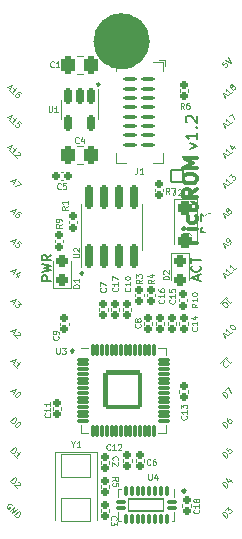
<source format=gbr>
%TF.GenerationSoftware,KiCad,Pcbnew,7.0.5-0*%
%TF.CreationDate,2024-03-10T13:53:24-07:00*%
%TF.ProjectId,PicoROM,5069636f-524f-44d2-9e6b-696361645f70,1.1*%
%TF.SameCoordinates,Original*%
%TF.FileFunction,Legend,Top*%
%TF.FilePolarity,Positive*%
%FSLAX46Y46*%
G04 Gerber Fmt 4.6, Leading zero omitted, Abs format (unit mm)*
G04 Created by KiCad (PCBNEW 7.0.5-0) date 2024-03-10 13:53:24*
%MOMM*%
%LPD*%
G01*
G04 APERTURE LIST*
G04 Aperture macros list*
%AMRoundRect*
0 Rectangle with rounded corners*
0 $1 Rounding radius*
0 $2 $3 $4 $5 $6 $7 $8 $9 X,Y pos of 4 corners*
0 Add a 4 corners polygon primitive as box body*
4,1,4,$2,$3,$4,$5,$6,$7,$8,$9,$2,$3,0*
0 Add four circle primitives for the rounded corners*
1,1,$1+$1,$2,$3*
1,1,$1+$1,$4,$5*
1,1,$1+$1,$6,$7*
1,1,$1+$1,$8,$9*
0 Add four rect primitives between the rounded corners*
20,1,$1+$1,$2,$3,$4,$5,0*
20,1,$1+$1,$4,$5,$6,$7,0*
20,1,$1+$1,$6,$7,$8,$9,0*
20,1,$1+$1,$8,$9,$2,$3,0*%
G04 Aperture macros list end*
%ADD10C,2.400543*%
%ADD11C,0.125000*%
%ADD12C,0.150000*%
%ADD13C,0.300000*%
%ADD14C,0.120000*%
%ADD15RoundRect,0.191000X0.170000X-0.140000X0.170000X0.140000X-0.170000X0.140000X-0.170000X-0.140000X0*%
%ADD16RoundRect,0.269750X-0.256250X0.218750X-0.256250X-0.218750X0.256250X-0.218750X0.256250X0.218750X0*%
%ADD17RoundRect,0.301000X-0.300000X0.300000X-0.300000X-0.300000X0.300000X-0.300000X0.300000X0.300000X0*%
%ADD18RoundRect,0.191000X-0.170000X0.140000X-0.170000X-0.140000X0.170000X-0.140000X0.170000X0.140000X0*%
%ADD19RoundRect,0.051000X-1.200000X1.000000X-1.200000X-1.000000X1.200000X-1.000000X1.200000X1.000000X0*%
%ADD20RoundRect,0.269750X0.256250X-0.218750X0.256250X0.218750X-0.256250X0.218750X-0.256250X-0.218750X0*%
%ADD21RoundRect,0.101000X-0.387500X-0.050000X0.387500X-0.050000X0.387500X0.050000X-0.387500X0.050000X0*%
%ADD22RoundRect,0.101000X-0.050000X-0.387500X0.050000X-0.387500X0.050000X0.387500X-0.050000X0.387500X0*%
%ADD23RoundRect,0.195000X-1.456000X-1.456000X1.456000X-1.456000X1.456000X1.456000X-1.456000X1.456000X0*%
%ADD24RoundRect,0.201000X0.150000X-0.825000X0.150000X0.825000X-0.150000X0.825000X-0.150000X-0.825000X0*%
%ADD25C,0.762000*%
%ADD26O,0.682000X1.102000*%
%ADD27RoundRect,0.126000X-0.425000X0.075000X-0.425000X-0.075000X0.425000X-0.075000X0.425000X0.075000X0*%
%ADD28C,1.202000*%
%ADD29RoundRect,0.201000X-0.150000X0.512500X-0.150000X-0.512500X0.150000X-0.512500X0.150000X0.512500X0*%
%ADD30RoundRect,0.301000X0.250000X0.475000X-0.250000X0.475000X-0.250000X-0.475000X0.250000X-0.475000X0*%
%ADD31RoundRect,0.191000X0.140000X0.170000X-0.140000X0.170000X-0.140000X-0.170000X0.140000X-0.170000X0*%
%ADD32RoundRect,0.051000X0.500000X0.500000X-0.500000X0.500000X-0.500000X-0.500000X0.500000X-0.500000X0*%
%ADD33O,1.102000X1.102000*%
%ADD34RoundRect,0.113500X-0.350000X0.062500X-0.350000X-0.062500X0.350000X-0.062500X0.350000X0.062500X0*%
%ADD35RoundRect,0.113500X-0.062500X0.350000X-0.062500X-0.350000X0.062500X-0.350000X0.062500X0.350000X0*%
%ADD36RoundRect,0.051000X-1.500000X0.500000X-1.500000X-0.500000X1.500000X-0.500000X1.500000X0.500000X0*%
%ADD37C,1.802000*%
%ADD38O,1.802000X1.802000*%
G04 APERTURE END LIST*
D10*
X-39254729Y58449000D02*
G75*
G03*
X-39254729Y58449000I-1200271J0D01*
G01*
D11*
X-31740387Y46139373D02*
X-31572028Y46307732D01*
X-31673044Y46004686D02*
X-31908746Y46476091D01*
X-31908746Y46476091D02*
X-31437341Y46240389D01*
X-31134296Y46543434D02*
X-31336326Y46341403D01*
X-31235311Y46442419D02*
X-31588864Y46795972D01*
X-31588864Y46795972D02*
X-31572029Y46711793D01*
X-31572029Y46711793D02*
X-31572029Y46644449D01*
X-31572029Y46644449D02*
X-31588864Y46593942D01*
X-31369998Y47014838D02*
X-31151132Y47233705D01*
X-31151132Y47233705D02*
X-31134296Y46981166D01*
X-31134296Y46981166D02*
X-31083788Y47031674D01*
X-31083788Y47031674D02*
X-31033281Y47048510D01*
X-31033281Y47048510D02*
X-30999609Y47048510D01*
X-30999609Y47048510D02*
X-30949101Y47031674D01*
X-30949101Y47031674D02*
X-30864922Y46947495D01*
X-30864922Y46947495D02*
X-30848086Y46896987D01*
X-30848086Y46896987D02*
X-30848086Y46863315D01*
X-30848086Y46863315D02*
X-30864922Y46812808D01*
X-30864922Y46812808D02*
X-30965937Y46711792D01*
X-30965937Y46711792D02*
X-31016445Y46694957D01*
X-31016445Y46694957D02*
X-31050117Y46694957D01*
X-49724690Y46644449D02*
X-49556331Y46476090D01*
X-49859377Y46577105D02*
X-49387972Y46812808D01*
X-49387972Y46812808D02*
X-49623674Y46341403D01*
X-49185942Y46610777D02*
X-48950240Y46375075D01*
X-48950240Y46375075D02*
X-49455316Y46173045D01*
X-49859377Y21177106D02*
X-49505824Y21530659D01*
X-49505824Y21530659D02*
X-49421644Y21446480D01*
X-49421644Y21446480D02*
X-49387972Y21379136D01*
X-49387972Y21379136D02*
X-49387972Y21311793D01*
X-49387972Y21311793D02*
X-49404808Y21261285D01*
X-49404808Y21261285D02*
X-49455316Y21177106D01*
X-49455316Y21177106D02*
X-49505824Y21126598D01*
X-49505824Y21126598D02*
X-49590003Y21076090D01*
X-49590003Y21076090D02*
X-49640511Y21059255D01*
X-49640511Y21059255D02*
X-49707854Y21059255D01*
X-49707854Y21059255D02*
X-49775198Y21092926D01*
X-49775198Y21092926D02*
X-49859377Y21177106D01*
X-49202778Y21160270D02*
X-49169106Y21160270D01*
X-49169106Y21160270D02*
X-49118598Y21143434D01*
X-49118598Y21143434D02*
X-49034419Y21059255D01*
X-49034419Y21059255D02*
X-49017583Y21008747D01*
X-49017583Y21008747D02*
X-49017583Y20975075D01*
X-49017583Y20975075D02*
X-49034419Y20924568D01*
X-49034419Y20924568D02*
X-49068091Y20890896D01*
X-49068091Y20890896D02*
X-49135434Y20857224D01*
X-49135434Y20857224D02*
X-49539495Y20857224D01*
X-49539495Y20857224D02*
X-49320629Y20638358D01*
X-31807731Y56761106D02*
X-31976089Y56592747D01*
X-31976089Y56592747D02*
X-31824566Y56407553D01*
X-31824566Y56407553D02*
X-31824566Y56441224D01*
X-31824566Y56441224D02*
X-31807731Y56491732D01*
X-31807731Y56491732D02*
X-31723551Y56575911D01*
X-31723551Y56575911D02*
X-31673044Y56592747D01*
X-31673044Y56592747D02*
X-31639372Y56592747D01*
X-31639372Y56592747D02*
X-31588864Y56575911D01*
X-31588864Y56575911D02*
X-31504685Y56491732D01*
X-31504685Y56491732D02*
X-31487849Y56441224D01*
X-31487849Y56441224D02*
X-31487849Y56407553D01*
X-31487849Y56407553D02*
X-31504685Y56357045D01*
X-31504685Y56357045D02*
X-31588864Y56272866D01*
X-31588864Y56272866D02*
X-31639372Y56256030D01*
X-31639372Y56256030D02*
X-31673044Y56256030D01*
X-31689880Y56878957D02*
X-31218475Y56643255D01*
X-31218475Y56643255D02*
X-31454177Y57114659D01*
X-31740387Y53759373D02*
X-31572028Y53927732D01*
X-31673044Y53624686D02*
X-31908746Y54096091D01*
X-31908746Y54096091D02*
X-31437341Y53860389D01*
X-31134296Y54163434D02*
X-31336326Y53961403D01*
X-31235311Y54062419D02*
X-31588864Y54415972D01*
X-31588864Y54415972D02*
X-31572029Y54331793D01*
X-31572029Y54331793D02*
X-31572029Y54264449D01*
X-31572029Y54264449D02*
X-31588864Y54213942D01*
X-31134296Y54567495D02*
X-31184804Y54550659D01*
X-31184804Y54550659D02*
X-31218476Y54550659D01*
X-31218476Y54550659D02*
X-31268983Y54567495D01*
X-31268983Y54567495D02*
X-31285819Y54584331D01*
X-31285819Y54584331D02*
X-31302655Y54634838D01*
X-31302655Y54634838D02*
X-31302655Y54668510D01*
X-31302655Y54668510D02*
X-31285819Y54719018D01*
X-31285819Y54719018D02*
X-31218476Y54786361D01*
X-31218476Y54786361D02*
X-31167968Y54803197D01*
X-31167968Y54803197D02*
X-31134296Y54803197D01*
X-31134296Y54803197D02*
X-31083788Y54786361D01*
X-31083788Y54786361D02*
X-31066953Y54769525D01*
X-31066953Y54769525D02*
X-31050117Y54719018D01*
X-31050117Y54719018D02*
X-31050117Y54685346D01*
X-31050117Y54685346D02*
X-31066953Y54634838D01*
X-31066953Y54634838D02*
X-31134296Y54567495D01*
X-31134296Y54567495D02*
X-31151132Y54516987D01*
X-31151132Y54516987D02*
X-31151132Y54483315D01*
X-31151132Y54483315D02*
X-31134296Y54432808D01*
X-31134296Y54432808D02*
X-31066953Y54365464D01*
X-31066953Y54365464D02*
X-31016445Y54348628D01*
X-31016445Y54348628D02*
X-30982773Y54348628D01*
X-30982773Y54348628D02*
X-30932266Y54365464D01*
X-30932266Y54365464D02*
X-30864922Y54432808D01*
X-30864922Y54432808D02*
X-30848086Y54483315D01*
X-30848086Y54483315D02*
X-30848086Y54516987D01*
X-30848086Y54516987D02*
X-30864922Y54567495D01*
X-30864922Y54567495D02*
X-30932266Y54634838D01*
X-30932266Y54634838D02*
X-30982773Y54651674D01*
X-30982773Y54651674D02*
X-31016445Y54651674D01*
X-31016445Y54651674D02*
X-31066953Y54634838D01*
X-31622536Y20655194D02*
X-31976089Y21008747D01*
X-31976089Y21008747D02*
X-31891910Y21092927D01*
X-31891910Y21092927D02*
X-31824566Y21126598D01*
X-31824566Y21126598D02*
X-31757223Y21126598D01*
X-31757223Y21126598D02*
X-31706715Y21109763D01*
X-31706715Y21109763D02*
X-31622536Y21059255D01*
X-31622536Y21059255D02*
X-31572028Y21008747D01*
X-31572028Y21008747D02*
X-31521521Y20924568D01*
X-31521521Y20924568D02*
X-31504685Y20874060D01*
X-31504685Y20874060D02*
X-31504685Y20806717D01*
X-31504685Y20806717D02*
X-31538357Y20739373D01*
X-31538357Y20739373D02*
X-31622536Y20655194D01*
X-31353162Y21395972D02*
X-31117460Y21160270D01*
X-31572028Y21446480D02*
X-31403669Y21109763D01*
X-31403669Y21109763D02*
X-31184803Y21328629D01*
X-49724690Y36484449D02*
X-49556331Y36316090D01*
X-49859377Y36417105D02*
X-49387972Y36652808D01*
X-49387972Y36652808D02*
X-49623674Y36181403D01*
X-49185942Y36450777D02*
X-48967076Y36231911D01*
X-48967076Y36231911D02*
X-49219614Y36215075D01*
X-49219614Y36215075D02*
X-49169106Y36164568D01*
X-49169106Y36164568D02*
X-49152270Y36114060D01*
X-49152270Y36114060D02*
X-49152270Y36080388D01*
X-49152270Y36080388D02*
X-49169106Y36029881D01*
X-49169106Y36029881D02*
X-49253285Y35945701D01*
X-49253285Y35945701D02*
X-49303793Y35928865D01*
X-49303793Y35928865D02*
X-49337465Y35928865D01*
X-49337465Y35928865D02*
X-49387972Y35945701D01*
X-49387972Y35945701D02*
X-49488988Y36046716D01*
X-49488988Y36046716D02*
X-49505824Y36097224D01*
X-49505824Y36097224D02*
X-49505824Y36130896D01*
X-49724690Y39024449D02*
X-49556331Y38856090D01*
X-49859377Y38957105D02*
X-49387972Y39192808D01*
X-49387972Y39192808D02*
X-49623674Y38721403D01*
X-49118598Y38687732D02*
X-49354301Y38452029D01*
X-49068091Y38906598D02*
X-49404808Y38738239D01*
X-49404808Y38738239D02*
X-49185942Y38519373D01*
X-31622536Y25735194D02*
X-31976089Y26088747D01*
X-31976089Y26088747D02*
X-31891910Y26172927D01*
X-31891910Y26172927D02*
X-31824566Y26206598D01*
X-31824566Y26206598D02*
X-31757223Y26206598D01*
X-31757223Y26206598D02*
X-31706715Y26189763D01*
X-31706715Y26189763D02*
X-31622536Y26139255D01*
X-31622536Y26139255D02*
X-31572028Y26088747D01*
X-31572028Y26088747D02*
X-31521521Y26004568D01*
X-31521521Y26004568D02*
X-31504685Y25954060D01*
X-31504685Y25954060D02*
X-31504685Y25886717D01*
X-31504685Y25886717D02*
X-31538357Y25819373D01*
X-31538357Y25819373D02*
X-31622536Y25735194D01*
X-31471013Y26593824D02*
X-31538357Y26526480D01*
X-31538357Y26526480D02*
X-31555192Y26475972D01*
X-31555192Y26475972D02*
X-31555192Y26442301D01*
X-31555192Y26442301D02*
X-31538357Y26358121D01*
X-31538357Y26358121D02*
X-31487849Y26273942D01*
X-31487849Y26273942D02*
X-31353162Y26139255D01*
X-31353162Y26139255D02*
X-31302654Y26122419D01*
X-31302654Y26122419D02*
X-31268982Y26122419D01*
X-31268982Y26122419D02*
X-31218475Y26139255D01*
X-31218475Y26139255D02*
X-31151131Y26206598D01*
X-31151131Y26206598D02*
X-31134295Y26257106D01*
X-31134295Y26257106D02*
X-31134295Y26290778D01*
X-31134295Y26290778D02*
X-31151131Y26341285D01*
X-31151131Y26341285D02*
X-31235311Y26425465D01*
X-31235311Y26425465D02*
X-31285818Y26442301D01*
X-31285818Y26442301D02*
X-31319490Y26442301D01*
X-31319490Y26442301D02*
X-31369998Y26425465D01*
X-31369998Y26425465D02*
X-31437341Y26358121D01*
X-31437341Y26358121D02*
X-31454177Y26307614D01*
X-31454177Y26307614D02*
X-31454177Y26273942D01*
X-31454177Y26273942D02*
X-31437341Y26223434D01*
X-31740387Y41059373D02*
X-31572028Y41227732D01*
X-31673044Y40924686D02*
X-31908746Y41396091D01*
X-31908746Y41396091D02*
X-31437341Y41160389D01*
X-31302655Y41295075D02*
X-31235311Y41362419D01*
X-31235311Y41362419D02*
X-31218475Y41412926D01*
X-31218475Y41412926D02*
X-31218475Y41446598D01*
X-31218475Y41446598D02*
X-31235311Y41530778D01*
X-31235311Y41530778D02*
X-31285819Y41614957D01*
X-31285819Y41614957D02*
X-31420506Y41749644D01*
X-31420506Y41749644D02*
X-31471013Y41766480D01*
X-31471013Y41766480D02*
X-31504685Y41766480D01*
X-31504685Y41766480D02*
X-31555193Y41749644D01*
X-31555193Y41749644D02*
X-31622536Y41682300D01*
X-31622536Y41682300D02*
X-31639372Y41631793D01*
X-31639372Y41631793D02*
X-31639372Y41598121D01*
X-31639372Y41598121D02*
X-31622536Y41547613D01*
X-31622536Y41547613D02*
X-31538357Y41463434D01*
X-31538357Y41463434D02*
X-31487849Y41446598D01*
X-31487849Y41446598D02*
X-31454177Y41446598D01*
X-31454177Y41446598D02*
X-31403670Y41463434D01*
X-31403670Y41463434D02*
X-31336326Y41530778D01*
X-31336326Y41530778D02*
X-31319490Y41581285D01*
X-31319490Y41581285D02*
X-31319490Y41614957D01*
X-31319490Y41614957D02*
X-31336326Y41665465D01*
X-49859377Y26257106D02*
X-49505824Y26610659D01*
X-49505824Y26610659D02*
X-49421644Y26526480D01*
X-49421644Y26526480D02*
X-49387972Y26459136D01*
X-49387972Y26459136D02*
X-49387972Y26391793D01*
X-49387972Y26391793D02*
X-49404808Y26341285D01*
X-49404808Y26341285D02*
X-49455316Y26257106D01*
X-49455316Y26257106D02*
X-49505824Y26206598D01*
X-49505824Y26206598D02*
X-49590003Y26156090D01*
X-49590003Y26156090D02*
X-49640511Y26139255D01*
X-49640511Y26139255D02*
X-49707854Y26139255D01*
X-49707854Y26139255D02*
X-49775198Y26172926D01*
X-49775198Y26172926D02*
X-49859377Y26257106D01*
X-49084927Y26189762D02*
X-49051255Y26156090D01*
X-49051255Y26156090D02*
X-49034419Y26105583D01*
X-49034419Y26105583D02*
X-49034419Y26071911D01*
X-49034419Y26071911D02*
X-49051255Y26021403D01*
X-49051255Y26021403D02*
X-49101763Y25937224D01*
X-49101763Y25937224D02*
X-49185942Y25853045D01*
X-49185942Y25853045D02*
X-49270121Y25802537D01*
X-49270121Y25802537D02*
X-49320629Y25785701D01*
X-49320629Y25785701D02*
X-49354301Y25785701D01*
X-49354301Y25785701D02*
X-49404808Y25802537D01*
X-49404808Y25802537D02*
X-49438480Y25836209D01*
X-49438480Y25836209D02*
X-49455316Y25886716D01*
X-49455316Y25886716D02*
X-49455316Y25920388D01*
X-49455316Y25920388D02*
X-49438480Y25970896D01*
X-49438480Y25970896D02*
X-49387972Y26055075D01*
X-49387972Y26055075D02*
X-49303793Y26139255D01*
X-49303793Y26139255D02*
X-49219614Y26189762D01*
X-49219614Y26189762D02*
X-49169106Y26206598D01*
X-49169106Y26206598D02*
X-49135434Y26206598D01*
X-49135434Y26206598D02*
X-49084927Y26189762D01*
X-31622536Y18115194D02*
X-31976089Y18468747D01*
X-31976089Y18468747D02*
X-31891910Y18552927D01*
X-31891910Y18552927D02*
X-31824566Y18586598D01*
X-31824566Y18586598D02*
X-31757223Y18586598D01*
X-31757223Y18586598D02*
X-31706715Y18569763D01*
X-31706715Y18569763D02*
X-31622536Y18519255D01*
X-31622536Y18519255D02*
X-31572028Y18468747D01*
X-31572028Y18468747D02*
X-31521521Y18384568D01*
X-31521521Y18384568D02*
X-31504685Y18334060D01*
X-31504685Y18334060D02*
X-31504685Y18266717D01*
X-31504685Y18266717D02*
X-31538357Y18199373D01*
X-31538357Y18199373D02*
X-31622536Y18115194D01*
X-31656208Y18788629D02*
X-31437341Y19007495D01*
X-31437341Y19007495D02*
X-31420505Y18754957D01*
X-31420505Y18754957D02*
X-31369998Y18805465D01*
X-31369998Y18805465D02*
X-31319490Y18822301D01*
X-31319490Y18822301D02*
X-31285818Y18822301D01*
X-31285818Y18822301D02*
X-31235311Y18805465D01*
X-31235311Y18805465D02*
X-31151131Y18721285D01*
X-31151131Y18721285D02*
X-31134295Y18670778D01*
X-31134295Y18670778D02*
X-31134295Y18637106D01*
X-31134295Y18637106D02*
X-31151131Y18586598D01*
X-31151131Y18586598D02*
X-31252147Y18485583D01*
X-31252147Y18485583D02*
X-31302654Y18468747D01*
X-31302654Y18468747D02*
X-31336326Y18468747D01*
D12*
X-33989277Y38250065D02*
X-33989277Y38631018D01*
X-33760705Y38173875D02*
X-34560705Y38440542D01*
X-34560705Y38440542D02*
X-33760705Y38707208D01*
X-33836896Y39431018D02*
X-33798800Y39392922D01*
X-33798800Y39392922D02*
X-33760705Y39278637D01*
X-33760705Y39278637D02*
X-33760705Y39202446D01*
X-33760705Y39202446D02*
X-33798800Y39088160D01*
X-33798800Y39088160D02*
X-33874991Y39011970D01*
X-33874991Y39011970D02*
X-33951181Y38973875D01*
X-33951181Y38973875D02*
X-34103562Y38935779D01*
X-34103562Y38935779D02*
X-34217848Y38935779D01*
X-34217848Y38935779D02*
X-34370229Y38973875D01*
X-34370229Y38973875D02*
X-34446420Y39011970D01*
X-34446420Y39011970D02*
X-34522610Y39088160D01*
X-34522610Y39088160D02*
X-34560705Y39202446D01*
X-34560705Y39202446D02*
X-34560705Y39278637D01*
X-34560705Y39278637D02*
X-34522610Y39392922D01*
X-34522610Y39392922D02*
X-34484515Y39431018D01*
X-34560705Y39659589D02*
X-34560705Y40116732D01*
X-33760705Y39888160D02*
X-34560705Y39888160D01*
D11*
X-31622536Y28275194D02*
X-31976089Y28628747D01*
X-31976089Y28628747D02*
X-31891910Y28712927D01*
X-31891910Y28712927D02*
X-31824566Y28746598D01*
X-31824566Y28746598D02*
X-31757223Y28746598D01*
X-31757223Y28746598D02*
X-31706715Y28729763D01*
X-31706715Y28729763D02*
X-31622536Y28679255D01*
X-31622536Y28679255D02*
X-31572028Y28628747D01*
X-31572028Y28628747D02*
X-31521521Y28544568D01*
X-31521521Y28544568D02*
X-31504685Y28494060D01*
X-31504685Y28494060D02*
X-31504685Y28426717D01*
X-31504685Y28426717D02*
X-31538357Y28359373D01*
X-31538357Y28359373D02*
X-31622536Y28275194D01*
X-31656208Y28948629D02*
X-31420505Y29184331D01*
X-31420505Y29184331D02*
X-31218475Y28679255D01*
X-49724690Y31404449D02*
X-49556331Y31236090D01*
X-49859377Y31337105D02*
X-49387972Y31572808D01*
X-49387972Y31572808D02*
X-49623674Y31101403D01*
X-49320629Y30798358D02*
X-49522659Y31000388D01*
X-49421644Y30899373D02*
X-49068091Y31252926D01*
X-49068091Y31252926D02*
X-49152270Y31236090D01*
X-49152270Y31236090D02*
X-49219614Y31236090D01*
X-49219614Y31236090D02*
X-49270121Y31252926D01*
D12*
X-43842031Y38949658D02*
X-43699174Y38806800D01*
X-43699174Y38806800D02*
X-43842031Y38663943D01*
X-43842031Y38663943D02*
X-43984888Y38806800D01*
X-43984888Y38806800D02*
X-43842031Y38949658D01*
X-43842031Y38949658D02*
X-43842031Y38663943D01*
D11*
X-31740387Y33439373D02*
X-31572028Y33607732D01*
X-31673044Y33304686D02*
X-31908746Y33776091D01*
X-31908746Y33776091D02*
X-31437341Y33540389D01*
X-31134296Y33843434D02*
X-31336326Y33641403D01*
X-31235311Y33742419D02*
X-31588864Y34095972D01*
X-31588864Y34095972D02*
X-31572029Y34011793D01*
X-31572029Y34011793D02*
X-31572029Y33944449D01*
X-31572029Y33944449D02*
X-31588864Y33893942D01*
X-31268983Y34415853D02*
X-31235311Y34449525D01*
X-31235311Y34449525D02*
X-31184804Y34466361D01*
X-31184804Y34466361D02*
X-31151132Y34466361D01*
X-31151132Y34466361D02*
X-31100624Y34449525D01*
X-31100624Y34449525D02*
X-31016445Y34399018D01*
X-31016445Y34399018D02*
X-30932266Y34314838D01*
X-30932266Y34314838D02*
X-30881758Y34230659D01*
X-30881758Y34230659D02*
X-30864922Y34180151D01*
X-30864922Y34180151D02*
X-30864922Y34146479D01*
X-30864922Y34146479D02*
X-30881758Y34095972D01*
X-30881758Y34095972D02*
X-30915430Y34062300D01*
X-30915430Y34062300D02*
X-30965937Y34045464D01*
X-30965937Y34045464D02*
X-30999609Y34045464D01*
X-30999609Y34045464D02*
X-31050117Y34062300D01*
X-31050117Y34062300D02*
X-31134296Y34112808D01*
X-31134296Y34112808D02*
X-31218476Y34196987D01*
X-31218476Y34196987D02*
X-31268983Y34281166D01*
X-31268983Y34281166D02*
X-31285819Y34331674D01*
X-31285819Y34331674D02*
X-31285819Y34365346D01*
X-31285819Y34365346D02*
X-31268983Y34415853D01*
D12*
X-34701848Y49340542D02*
X-34035181Y49578637D01*
X-34035181Y49578637D02*
X-34701848Y49816732D01*
X-34035181Y50721494D02*
X-34035181Y50150066D01*
X-34035181Y50435780D02*
X-35035181Y50435780D01*
X-35035181Y50435780D02*
X-34892324Y50340542D01*
X-34892324Y50340542D02*
X-34797086Y50245304D01*
X-34797086Y50245304D02*
X-34749467Y50150066D01*
X-34130420Y51150066D02*
X-34082800Y51197685D01*
X-34082800Y51197685D02*
X-34035181Y51150066D01*
X-34035181Y51150066D02*
X-34082800Y51102447D01*
X-34082800Y51102447D02*
X-34130420Y51150066D01*
X-34130420Y51150066D02*
X-34035181Y51150066D01*
X-34939943Y51578637D02*
X-34987562Y51626256D01*
X-34987562Y51626256D02*
X-35035181Y51721494D01*
X-35035181Y51721494D02*
X-35035181Y51959589D01*
X-35035181Y51959589D02*
X-34987562Y52054827D01*
X-34987562Y52054827D02*
X-34939943Y52102446D01*
X-34939943Y52102446D02*
X-34844705Y52150065D01*
X-34844705Y52150065D02*
X-34749467Y52150065D01*
X-34749467Y52150065D02*
X-34606610Y52102446D01*
X-34606610Y52102446D02*
X-34035181Y51531018D01*
X-34035181Y51531018D02*
X-34035181Y52150065D01*
D11*
X-49724691Y19175854D02*
X-49741526Y19226362D01*
X-49741526Y19226362D02*
X-49792034Y19276870D01*
X-49792034Y19276870D02*
X-49859378Y19310541D01*
X-49859378Y19310541D02*
X-49926721Y19310541D01*
X-49926721Y19310541D02*
X-49977229Y19293706D01*
X-49977229Y19293706D02*
X-50061408Y19243198D01*
X-50061408Y19243198D02*
X-50111916Y19192690D01*
X-50111916Y19192690D02*
X-50162423Y19108511D01*
X-50162423Y19108511D02*
X-50179259Y19058003D01*
X-50179259Y19058003D02*
X-50179259Y18990660D01*
X-50179259Y18990660D02*
X-50145587Y18923316D01*
X-50145587Y18923316D02*
X-50111916Y18889645D01*
X-50111916Y18889645D02*
X-50044572Y18855973D01*
X-50044572Y18855973D02*
X-50010900Y18855973D01*
X-50010900Y18855973D02*
X-49893049Y18973824D01*
X-49893049Y18973824D02*
X-49960393Y19041167D01*
X-49893049Y18670778D02*
X-49539496Y19024332D01*
X-49539496Y19024332D02*
X-49691019Y18468748D01*
X-49691019Y18468748D02*
X-49337465Y18822301D01*
X-49522660Y18300389D02*
X-49169106Y18653942D01*
X-49169106Y18653942D02*
X-49084927Y18569763D01*
X-49084927Y18569763D02*
X-49051255Y18502419D01*
X-49051255Y18502419D02*
X-49051255Y18435076D01*
X-49051255Y18435076D02*
X-49068091Y18384568D01*
X-49068091Y18384568D02*
X-49118599Y18300389D01*
X-49118599Y18300389D02*
X-49169106Y18249881D01*
X-49169106Y18249881D02*
X-49253286Y18199373D01*
X-49253286Y18199373D02*
X-49303793Y18182537D01*
X-49303793Y18182537D02*
X-49371137Y18182537D01*
X-49371137Y18182537D02*
X-49438480Y18216209D01*
X-49438480Y18216209D02*
X-49522660Y18300389D01*
X-50061407Y49521166D02*
X-49893048Y49352807D01*
X-50196094Y49453823D02*
X-49724689Y49689525D01*
X-49724689Y49689525D02*
X-49960392Y49218120D01*
X-49657346Y48915075D02*
X-49859377Y49117105D01*
X-49758361Y49016090D02*
X-49404808Y49369644D01*
X-49404808Y49369644D02*
X-49488987Y49352808D01*
X-49488987Y49352808D02*
X-49556331Y49352808D01*
X-49556331Y49352808D02*
X-49606838Y49369644D01*
X-49202778Y49100270D02*
X-49169106Y49100270D01*
X-49169106Y49100270D02*
X-49118598Y49083434D01*
X-49118598Y49083434D02*
X-49034419Y48999255D01*
X-49034419Y48999255D02*
X-49017583Y48948747D01*
X-49017583Y48948747D02*
X-49017583Y48915075D01*
X-49017583Y48915075D02*
X-49034419Y48864568D01*
X-49034419Y48864568D02*
X-49068091Y48830896D01*
X-49068091Y48830896D02*
X-49135434Y48797224D01*
X-49135434Y48797224D02*
X-49539495Y48797224D01*
X-49539495Y48797224D02*
X-49320629Y48578358D01*
D12*
X-46424705Y38188161D02*
X-47224705Y38188161D01*
X-47224705Y38188161D02*
X-47224705Y38492923D01*
X-47224705Y38492923D02*
X-47186610Y38569113D01*
X-47186610Y38569113D02*
X-47148515Y38607208D01*
X-47148515Y38607208D02*
X-47072324Y38645304D01*
X-47072324Y38645304D02*
X-46958039Y38645304D01*
X-46958039Y38645304D02*
X-46881848Y38607208D01*
X-46881848Y38607208D02*
X-46843753Y38569113D01*
X-46843753Y38569113D02*
X-46805658Y38492923D01*
X-46805658Y38492923D02*
X-46805658Y38188161D01*
X-47224705Y38911970D02*
X-46424705Y39102446D01*
X-46424705Y39102446D02*
X-46996134Y39254827D01*
X-46996134Y39254827D02*
X-46424705Y39407208D01*
X-46424705Y39407208D02*
X-47224705Y39597684D01*
X-46424705Y40359590D02*
X-46805658Y40092923D01*
X-46424705Y39902447D02*
X-47224705Y39902447D01*
X-47224705Y39902447D02*
X-47224705Y40207209D01*
X-47224705Y40207209D02*
X-47186610Y40283399D01*
X-47186610Y40283399D02*
X-47148515Y40321494D01*
X-47148515Y40321494D02*
X-47072324Y40359590D01*
X-47072324Y40359590D02*
X-46958039Y40359590D01*
X-46958039Y40359590D02*
X-46881848Y40321494D01*
X-46881848Y40321494D02*
X-46843753Y40283399D01*
X-46843753Y40283399D02*
X-46805658Y40207209D01*
X-46805658Y40207209D02*
X-46805658Y39902447D01*
D11*
X-49724690Y44104449D02*
X-49556331Y43936090D01*
X-49859377Y44037105D02*
X-49387972Y44272808D01*
X-49387972Y44272808D02*
X-49623674Y43801403D01*
X-49000747Y43885583D02*
X-49068091Y43952926D01*
X-49068091Y43952926D02*
X-49118598Y43969762D01*
X-49118598Y43969762D02*
X-49152270Y43969762D01*
X-49152270Y43969762D02*
X-49236450Y43952926D01*
X-49236450Y43952926D02*
X-49320629Y43902419D01*
X-49320629Y43902419D02*
X-49455316Y43767732D01*
X-49455316Y43767732D02*
X-49472152Y43717224D01*
X-49472152Y43717224D02*
X-49472152Y43683552D01*
X-49472152Y43683552D02*
X-49455316Y43633045D01*
X-49455316Y43633045D02*
X-49387972Y43565701D01*
X-49387972Y43565701D02*
X-49337465Y43548865D01*
X-49337465Y43548865D02*
X-49303793Y43548865D01*
X-49303793Y43548865D02*
X-49253285Y43565701D01*
X-49253285Y43565701D02*
X-49169106Y43649881D01*
X-49169106Y43649881D02*
X-49152270Y43700388D01*
X-49152270Y43700388D02*
X-49152270Y43734060D01*
X-49152270Y43734060D02*
X-49169106Y43784568D01*
X-49169106Y43784568D02*
X-49236450Y43851911D01*
X-49236450Y43851911D02*
X-49286957Y43868747D01*
X-49286957Y43868747D02*
X-49320629Y43868747D01*
X-49320629Y43868747D02*
X-49371137Y43851911D01*
D12*
X-35182031Y20507158D02*
X-35039174Y20364300D01*
X-35039174Y20364300D02*
X-35182031Y20221443D01*
X-35182031Y20221443D02*
X-35324888Y20364300D01*
X-35324888Y20364300D02*
X-35182031Y20507158D01*
X-35182031Y20507158D02*
X-35182031Y20221443D01*
X-42422031Y54939658D02*
X-42279174Y54796800D01*
X-42279174Y54796800D02*
X-42422031Y54653943D01*
X-42422031Y54653943D02*
X-42564888Y54796800D01*
X-42564888Y54796800D02*
X-42422031Y54939658D01*
X-42422031Y54939658D02*
X-42422031Y54653943D01*
D11*
X-49724690Y28864449D02*
X-49556331Y28696090D01*
X-49859377Y28797105D02*
X-49387972Y29032808D01*
X-49387972Y29032808D02*
X-49623674Y28561403D01*
X-49084927Y28729762D02*
X-49051255Y28696090D01*
X-49051255Y28696090D02*
X-49034419Y28645583D01*
X-49034419Y28645583D02*
X-49034419Y28611911D01*
X-49034419Y28611911D02*
X-49051255Y28561403D01*
X-49051255Y28561403D02*
X-49101763Y28477224D01*
X-49101763Y28477224D02*
X-49185942Y28393045D01*
X-49185942Y28393045D02*
X-49270121Y28342537D01*
X-49270121Y28342537D02*
X-49320629Y28325701D01*
X-49320629Y28325701D02*
X-49354301Y28325701D01*
X-49354301Y28325701D02*
X-49404808Y28342537D01*
X-49404808Y28342537D02*
X-49438480Y28376209D01*
X-49438480Y28376209D02*
X-49455316Y28426716D01*
X-49455316Y28426716D02*
X-49455316Y28460388D01*
X-49455316Y28460388D02*
X-49438480Y28510896D01*
X-49438480Y28510896D02*
X-49387972Y28595075D01*
X-49387972Y28595075D02*
X-49303793Y28679255D01*
X-49303793Y28679255D02*
X-49219614Y28729762D01*
X-49219614Y28729762D02*
X-49169106Y28746598D01*
X-49169106Y28746598D02*
X-49135434Y28746598D01*
X-49135434Y28746598D02*
X-49084927Y28729762D01*
X-49724690Y33944449D02*
X-49556331Y33776090D01*
X-49859377Y33877105D02*
X-49387972Y34112808D01*
X-49387972Y34112808D02*
X-49623674Y33641403D01*
X-49202778Y33860270D02*
X-49169106Y33860270D01*
X-49169106Y33860270D02*
X-49118598Y33843434D01*
X-49118598Y33843434D02*
X-49034419Y33759255D01*
X-49034419Y33759255D02*
X-49017583Y33708747D01*
X-49017583Y33708747D02*
X-49017583Y33675075D01*
X-49017583Y33675075D02*
X-49034419Y33624568D01*
X-49034419Y33624568D02*
X-49068091Y33590896D01*
X-49068091Y33590896D02*
X-49135434Y33557224D01*
X-49135434Y33557224D02*
X-49539495Y33557224D01*
X-49539495Y33557224D02*
X-49320629Y33338358D01*
X-31740387Y43599373D02*
X-31572028Y43767732D01*
X-31673044Y43464686D02*
X-31908746Y43936091D01*
X-31908746Y43936091D02*
X-31437341Y43700389D01*
X-31471013Y44070778D02*
X-31521521Y44053942D01*
X-31521521Y44053942D02*
X-31555193Y44053942D01*
X-31555193Y44053942D02*
X-31605700Y44070778D01*
X-31605700Y44070778D02*
X-31622536Y44087613D01*
X-31622536Y44087613D02*
X-31639372Y44138121D01*
X-31639372Y44138121D02*
X-31639372Y44171793D01*
X-31639372Y44171793D02*
X-31622536Y44222300D01*
X-31622536Y44222300D02*
X-31555193Y44289644D01*
X-31555193Y44289644D02*
X-31504685Y44306480D01*
X-31504685Y44306480D02*
X-31471013Y44306480D01*
X-31471013Y44306480D02*
X-31420506Y44289644D01*
X-31420506Y44289644D02*
X-31403670Y44272808D01*
X-31403670Y44272808D02*
X-31386834Y44222300D01*
X-31386834Y44222300D02*
X-31386834Y44188629D01*
X-31386834Y44188629D02*
X-31403670Y44138121D01*
X-31403670Y44138121D02*
X-31471013Y44070778D01*
X-31471013Y44070778D02*
X-31487849Y44020270D01*
X-31487849Y44020270D02*
X-31487849Y43986598D01*
X-31487849Y43986598D02*
X-31471013Y43936090D01*
X-31471013Y43936090D02*
X-31403670Y43868747D01*
X-31403670Y43868747D02*
X-31353162Y43851911D01*
X-31353162Y43851911D02*
X-31319490Y43851911D01*
X-31319490Y43851911D02*
X-31268983Y43868747D01*
X-31268983Y43868747D02*
X-31201639Y43936090D01*
X-31201639Y43936090D02*
X-31184803Y43986598D01*
X-31184803Y43986598D02*
X-31184803Y44020270D01*
X-31184803Y44020270D02*
X-31201639Y44070778D01*
X-31201639Y44070778D02*
X-31268983Y44138121D01*
X-31268983Y44138121D02*
X-31319490Y44154957D01*
X-31319490Y44154957D02*
X-31353162Y44154957D01*
X-31353162Y44154957D02*
X-31403670Y44138121D01*
X-31908746Y36316091D02*
X-31841402Y36383434D01*
X-31841402Y36383434D02*
X-31790895Y36400270D01*
X-31790895Y36400270D02*
X-31723551Y36400270D01*
X-31723551Y36400270D02*
X-31639372Y36349763D01*
X-31639372Y36349763D02*
X-31521521Y36231911D01*
X-31521521Y36231911D02*
X-31471013Y36147732D01*
X-31471013Y36147732D02*
X-31471013Y36080389D01*
X-31471013Y36080389D02*
X-31487849Y36029881D01*
X-31487849Y36029881D02*
X-31555192Y35962537D01*
X-31555192Y35962537D02*
X-31605700Y35945702D01*
X-31605700Y35945702D02*
X-31673044Y35945702D01*
X-31673044Y35945702D02*
X-31757223Y35996209D01*
X-31757223Y35996209D02*
X-31875074Y36114060D01*
X-31875074Y36114060D02*
X-31925582Y36198240D01*
X-31925582Y36198240D02*
X-31925582Y36265583D01*
X-31925582Y36265583D02*
X-31908746Y36316091D01*
X-31437341Y36450778D02*
X-31319490Y36568629D01*
X-31083788Y36433942D02*
X-31252146Y36265584D01*
X-31252146Y36265584D02*
X-31605700Y36619137D01*
X-31605700Y36619137D02*
X-31437341Y36787496D01*
X-32123066Y36298076D02*
X-31503506Y36917637D01*
X-31622536Y23195194D02*
X-31976089Y23548747D01*
X-31976089Y23548747D02*
X-31891910Y23632927D01*
X-31891910Y23632927D02*
X-31824566Y23666598D01*
X-31824566Y23666598D02*
X-31757223Y23666598D01*
X-31757223Y23666598D02*
X-31706715Y23649763D01*
X-31706715Y23649763D02*
X-31622536Y23599255D01*
X-31622536Y23599255D02*
X-31572028Y23548747D01*
X-31572028Y23548747D02*
X-31521521Y23464568D01*
X-31521521Y23464568D02*
X-31504685Y23414060D01*
X-31504685Y23414060D02*
X-31504685Y23346717D01*
X-31504685Y23346717D02*
X-31538357Y23279373D01*
X-31538357Y23279373D02*
X-31622536Y23195194D01*
X-31454177Y24070659D02*
X-31622536Y23902301D01*
X-31622536Y23902301D02*
X-31471013Y23717106D01*
X-31471013Y23717106D02*
X-31471013Y23750778D01*
X-31471013Y23750778D02*
X-31454177Y23801285D01*
X-31454177Y23801285D02*
X-31369998Y23885465D01*
X-31369998Y23885465D02*
X-31319490Y23902301D01*
X-31319490Y23902301D02*
X-31285818Y23902301D01*
X-31285818Y23902301D02*
X-31235311Y23885465D01*
X-31235311Y23885465D02*
X-31151131Y23801285D01*
X-31151131Y23801285D02*
X-31134295Y23750778D01*
X-31134295Y23750778D02*
X-31134295Y23717106D01*
X-31134295Y23717106D02*
X-31151131Y23666598D01*
X-31151131Y23666598D02*
X-31235311Y23582419D01*
X-31235311Y23582419D02*
X-31285818Y23565583D01*
X-31285818Y23565583D02*
X-31319490Y23565583D01*
X-50061407Y54601166D02*
X-49893048Y54432807D01*
X-50196094Y54533823D02*
X-49724689Y54769525D01*
X-49724689Y54769525D02*
X-49960392Y54298120D01*
X-49657346Y53995075D02*
X-49859377Y54197105D01*
X-49758361Y54096090D02*
X-49404808Y54449644D01*
X-49404808Y54449644D02*
X-49488987Y54432808D01*
X-49488987Y54432808D02*
X-49556331Y54432808D01*
X-49556331Y54432808D02*
X-49606838Y54449644D01*
X-49000747Y54045583D02*
X-49068091Y54112926D01*
X-49068091Y54112926D02*
X-49118598Y54129762D01*
X-49118598Y54129762D02*
X-49152270Y54129762D01*
X-49152270Y54129762D02*
X-49236450Y54112926D01*
X-49236450Y54112926D02*
X-49320629Y54062419D01*
X-49320629Y54062419D02*
X-49455316Y53927732D01*
X-49455316Y53927732D02*
X-49472152Y53877224D01*
X-49472152Y53877224D02*
X-49472152Y53843552D01*
X-49472152Y53843552D02*
X-49455316Y53793045D01*
X-49455316Y53793045D02*
X-49387972Y53725701D01*
X-49387972Y53725701D02*
X-49337465Y53708865D01*
X-49337465Y53708865D02*
X-49303793Y53708865D01*
X-49303793Y53708865D02*
X-49253285Y53725701D01*
X-49253285Y53725701D02*
X-49169106Y53809881D01*
X-49169106Y53809881D02*
X-49152270Y53860388D01*
X-49152270Y53860388D02*
X-49152270Y53894060D01*
X-49152270Y53894060D02*
X-49169106Y53944568D01*
X-49169106Y53944568D02*
X-49236450Y54011911D01*
X-49236450Y54011911D02*
X-49286957Y54028747D01*
X-49286957Y54028747D02*
X-49320629Y54028747D01*
X-49320629Y54028747D02*
X-49371137Y54011911D01*
X-31740387Y51219373D02*
X-31572028Y51387732D01*
X-31673044Y51084686D02*
X-31908746Y51556091D01*
X-31908746Y51556091D02*
X-31437341Y51320389D01*
X-31134296Y51623434D02*
X-31336326Y51421403D01*
X-31235311Y51522419D02*
X-31588864Y51875972D01*
X-31588864Y51875972D02*
X-31572029Y51791793D01*
X-31572029Y51791793D02*
X-31572029Y51724449D01*
X-31572029Y51724449D02*
X-31588864Y51673942D01*
X-31369998Y52094838D02*
X-31134296Y52330540D01*
X-31134296Y52330540D02*
X-30932266Y51825464D01*
X-50061407Y52061166D02*
X-49893048Y51892807D01*
X-50196094Y51993823D02*
X-49724689Y52229525D01*
X-49724689Y52229525D02*
X-49960392Y51758120D01*
X-49657346Y51455075D02*
X-49859377Y51657105D01*
X-49758361Y51556090D02*
X-49404808Y51909644D01*
X-49404808Y51909644D02*
X-49488987Y51892808D01*
X-49488987Y51892808D02*
X-49556331Y51892808D01*
X-49556331Y51892808D02*
X-49606838Y51909644D01*
X-48983911Y51488747D02*
X-49152270Y51657106D01*
X-49152270Y51657106D02*
X-49337465Y51505583D01*
X-49337465Y51505583D02*
X-49303793Y51505583D01*
X-49303793Y51505583D02*
X-49253285Y51488747D01*
X-49253285Y51488747D02*
X-49169106Y51404568D01*
X-49169106Y51404568D02*
X-49152270Y51354060D01*
X-49152270Y51354060D02*
X-49152270Y51320388D01*
X-49152270Y51320388D02*
X-49169106Y51269881D01*
X-49169106Y51269881D02*
X-49253285Y51185701D01*
X-49253285Y51185701D02*
X-49303793Y51168865D01*
X-49303793Y51168865D02*
X-49337465Y51168865D01*
X-49337465Y51168865D02*
X-49387972Y51185701D01*
X-49387972Y51185701D02*
X-49472152Y51269881D01*
X-49472152Y51269881D02*
X-49488988Y51320388D01*
X-49488988Y51320388D02*
X-49488988Y51354060D01*
D12*
X-44632031Y32359658D02*
X-44489174Y32216800D01*
X-44489174Y32216800D02*
X-44632031Y32073943D01*
X-44632031Y32073943D02*
X-44774888Y32216800D01*
X-44774888Y32216800D02*
X-44632031Y32359658D01*
X-44632031Y32359658D02*
X-44632031Y32073943D01*
D11*
X-49859377Y23717106D02*
X-49505824Y24070659D01*
X-49505824Y24070659D02*
X-49421644Y23986480D01*
X-49421644Y23986480D02*
X-49387972Y23919136D01*
X-49387972Y23919136D02*
X-49387972Y23851793D01*
X-49387972Y23851793D02*
X-49404808Y23801285D01*
X-49404808Y23801285D02*
X-49455316Y23717106D01*
X-49455316Y23717106D02*
X-49505824Y23666598D01*
X-49505824Y23666598D02*
X-49590003Y23616090D01*
X-49590003Y23616090D02*
X-49640511Y23599255D01*
X-49640511Y23599255D02*
X-49707854Y23599255D01*
X-49707854Y23599255D02*
X-49775198Y23632926D01*
X-49775198Y23632926D02*
X-49859377Y23717106D01*
X-49320629Y23178358D02*
X-49522659Y23380388D01*
X-49421644Y23279373D02*
X-49068091Y23632926D01*
X-49068091Y23632926D02*
X-49152270Y23616090D01*
X-49152270Y23616090D02*
X-49219614Y23616090D01*
X-49219614Y23616090D02*
X-49270121Y23632926D01*
X-31740387Y38519373D02*
X-31572028Y38687732D01*
X-31673044Y38384686D02*
X-31908746Y38856091D01*
X-31908746Y38856091D02*
X-31437341Y38620389D01*
X-31134296Y38923434D02*
X-31336326Y38721403D01*
X-31235311Y38822419D02*
X-31588864Y39175972D01*
X-31588864Y39175972D02*
X-31572029Y39091793D01*
X-31572029Y39091793D02*
X-31572029Y39024449D01*
X-31572029Y39024449D02*
X-31588864Y38973942D01*
X-30797579Y39260151D02*
X-30999609Y39058121D01*
X-30898594Y39159136D02*
X-31252147Y39512689D01*
X-31252147Y39512689D02*
X-31235311Y39428510D01*
X-31235311Y39428510D02*
X-31235311Y39361166D01*
X-31235311Y39361166D02*
X-31252147Y39310659D01*
X-49724690Y41564449D02*
X-49556331Y41396090D01*
X-49859377Y41497105D02*
X-49387972Y41732808D01*
X-49387972Y41732808D02*
X-49623674Y41261403D01*
X-48983911Y41328747D02*
X-49152270Y41497106D01*
X-49152270Y41497106D02*
X-49337465Y41345583D01*
X-49337465Y41345583D02*
X-49303793Y41345583D01*
X-49303793Y41345583D02*
X-49253285Y41328747D01*
X-49253285Y41328747D02*
X-49169106Y41244568D01*
X-49169106Y41244568D02*
X-49152270Y41194060D01*
X-49152270Y41194060D02*
X-49152270Y41160388D01*
X-49152270Y41160388D02*
X-49169106Y41109881D01*
X-49169106Y41109881D02*
X-49253285Y41025701D01*
X-49253285Y41025701D02*
X-49303793Y41008865D01*
X-49303793Y41008865D02*
X-49337465Y41008865D01*
X-49337465Y41008865D02*
X-49387972Y41025701D01*
X-49387972Y41025701D02*
X-49472152Y41109881D01*
X-49472152Y41109881D02*
X-49488988Y41160388D01*
X-49488988Y41160388D02*
X-49488988Y41194060D01*
D13*
X-34067458Y41382083D02*
X-35267458Y41382083D01*
X-35267458Y41382083D02*
X-35267458Y41839226D01*
X-35267458Y41839226D02*
X-35210315Y41953511D01*
X-35210315Y41953511D02*
X-35153172Y42010654D01*
X-35153172Y42010654D02*
X-35038886Y42067797D01*
X-35038886Y42067797D02*
X-34867458Y42067797D01*
X-34867458Y42067797D02*
X-34753172Y42010654D01*
X-34753172Y42010654D02*
X-34696029Y41953511D01*
X-34696029Y41953511D02*
X-34638886Y41839226D01*
X-34638886Y41839226D02*
X-34638886Y41382083D01*
X-34067458Y42582083D02*
X-34867458Y42582083D01*
X-35267458Y42582083D02*
X-35210315Y42524940D01*
X-35210315Y42524940D02*
X-35153172Y42582083D01*
X-35153172Y42582083D02*
X-35210315Y42639226D01*
X-35210315Y42639226D02*
X-35267458Y42582083D01*
X-35267458Y42582083D02*
X-35153172Y42582083D01*
X-34124600Y43667797D02*
X-34067458Y43553512D01*
X-34067458Y43553512D02*
X-34067458Y43324940D01*
X-34067458Y43324940D02*
X-34124600Y43210655D01*
X-34124600Y43210655D02*
X-34181743Y43153512D01*
X-34181743Y43153512D02*
X-34296029Y43096369D01*
X-34296029Y43096369D02*
X-34638886Y43096369D01*
X-34638886Y43096369D02*
X-34753172Y43153512D01*
X-34753172Y43153512D02*
X-34810315Y43210655D01*
X-34810315Y43210655D02*
X-34867458Y43324940D01*
X-34867458Y43324940D02*
X-34867458Y43553512D01*
X-34867458Y43553512D02*
X-34810315Y43667797D01*
X-34067458Y44353511D02*
X-34124600Y44239226D01*
X-34124600Y44239226D02*
X-34181743Y44182083D01*
X-34181743Y44182083D02*
X-34296029Y44124940D01*
X-34296029Y44124940D02*
X-34638886Y44124940D01*
X-34638886Y44124940D02*
X-34753172Y44182083D01*
X-34753172Y44182083D02*
X-34810315Y44239226D01*
X-34810315Y44239226D02*
X-34867458Y44353511D01*
X-34867458Y44353511D02*
X-34867458Y44524940D01*
X-34867458Y44524940D02*
X-34810315Y44639226D01*
X-34810315Y44639226D02*
X-34753172Y44696368D01*
X-34753172Y44696368D02*
X-34638886Y44753511D01*
X-34638886Y44753511D02*
X-34296029Y44753511D01*
X-34296029Y44753511D02*
X-34181743Y44696368D01*
X-34181743Y44696368D02*
X-34124600Y44639226D01*
X-34124600Y44639226D02*
X-34067458Y44524940D01*
X-34067458Y44524940D02*
X-34067458Y44353511D01*
X-34067458Y45953511D02*
X-34638886Y45553511D01*
X-34067458Y45267797D02*
X-35267458Y45267797D01*
X-35267458Y45267797D02*
X-35267458Y45724940D01*
X-35267458Y45724940D02*
X-35210315Y45839225D01*
X-35210315Y45839225D02*
X-35153172Y45896368D01*
X-35153172Y45896368D02*
X-35038886Y45953511D01*
X-35038886Y45953511D02*
X-34867458Y45953511D01*
X-34867458Y45953511D02*
X-34753172Y45896368D01*
X-34753172Y45896368D02*
X-34696029Y45839225D01*
X-34696029Y45839225D02*
X-34638886Y45724940D01*
X-34638886Y45724940D02*
X-34638886Y45267797D01*
X-35267458Y46696368D02*
X-35267458Y46924940D01*
X-35267458Y46924940D02*
X-35210315Y47039225D01*
X-35210315Y47039225D02*
X-35096029Y47153511D01*
X-35096029Y47153511D02*
X-34867458Y47210654D01*
X-34867458Y47210654D02*
X-34467458Y47210654D01*
X-34467458Y47210654D02*
X-34238886Y47153511D01*
X-34238886Y47153511D02*
X-34124600Y47039225D01*
X-34124600Y47039225D02*
X-34067458Y46924940D01*
X-34067458Y46924940D02*
X-34067458Y46696368D01*
X-34067458Y46696368D02*
X-34124600Y46582082D01*
X-34124600Y46582082D02*
X-34238886Y46467797D01*
X-34238886Y46467797D02*
X-34467458Y46410654D01*
X-34467458Y46410654D02*
X-34867458Y46410654D01*
X-34867458Y46410654D02*
X-35096029Y46467797D01*
X-35096029Y46467797D02*
X-35210315Y46582082D01*
X-35210315Y46582082D02*
X-35267458Y46696368D01*
X-34067458Y47724940D02*
X-35267458Y47724940D01*
X-35267458Y47724940D02*
X-34410315Y48124940D01*
X-34410315Y48124940D02*
X-35267458Y48524940D01*
X-35267458Y48524940D02*
X-34067458Y48524940D01*
D11*
X-31454177Y31050896D02*
X-31454177Y31017224D01*
X-31454177Y31017224D02*
X-31487849Y30949881D01*
X-31487849Y30949881D02*
X-31521521Y30916209D01*
X-31521521Y30916209D02*
X-31588864Y30882537D01*
X-31588864Y30882537D02*
X-31656208Y30882537D01*
X-31656208Y30882537D02*
X-31706715Y30899373D01*
X-31706715Y30899373D02*
X-31790895Y30949881D01*
X-31790895Y30949881D02*
X-31841402Y31000389D01*
X-31841402Y31000389D02*
X-31891910Y31084568D01*
X-31891910Y31084568D02*
X-31908746Y31135076D01*
X-31908746Y31135076D02*
X-31908746Y31202419D01*
X-31908746Y31202419D02*
X-31875074Y31269763D01*
X-31875074Y31269763D02*
X-31841402Y31303434D01*
X-31841402Y31303434D02*
X-31774059Y31337106D01*
X-31774059Y31337106D02*
X-31740387Y31337106D01*
X-31454177Y31353942D02*
X-31336326Y31471793D01*
X-31100624Y31337106D02*
X-31268982Y31168747D01*
X-31268982Y31168747D02*
X-31622536Y31522301D01*
X-31622536Y31522301D02*
X-31454177Y31690659D01*
X-32123066Y31218076D02*
X-31520342Y31820801D01*
X-31740387Y48679373D02*
X-31572028Y48847732D01*
X-31673044Y48544686D02*
X-31908746Y49016091D01*
X-31908746Y49016091D02*
X-31437341Y48780389D01*
X-31134296Y49083434D02*
X-31336326Y48881403D01*
X-31235311Y48982419D02*
X-31588864Y49335972D01*
X-31588864Y49335972D02*
X-31572029Y49251793D01*
X-31572029Y49251793D02*
X-31572029Y49184449D01*
X-31572029Y49184449D02*
X-31588864Y49133942D01*
X-31066953Y49622182D02*
X-30831250Y49386479D01*
X-31285819Y49672689D02*
X-31117460Y49335972D01*
X-31117460Y49335972D02*
X-30898594Y49554838D01*
%TO.C,R7*%
X-36398334Y45544191D02*
X-36565000Y45782286D01*
X-36684048Y45544191D02*
X-36684048Y46044191D01*
X-36684048Y46044191D02*
X-36493572Y46044191D01*
X-36493572Y46044191D02*
X-36445953Y46020381D01*
X-36445953Y46020381D02*
X-36422143Y45996572D01*
X-36422143Y45996572D02*
X-36398334Y45948953D01*
X-36398334Y45948953D02*
X-36398334Y45877524D01*
X-36398334Y45877524D02*
X-36422143Y45829905D01*
X-36422143Y45829905D02*
X-36445953Y45806096D01*
X-36445953Y45806096D02*
X-36493572Y45782286D01*
X-36493572Y45782286D02*
X-36684048Y45782286D01*
X-36231667Y46044191D02*
X-35898334Y46044191D01*
X-35898334Y46044191D02*
X-36112619Y45544191D01*
%TO.C,D2*%
X-36430191Y38279953D02*
X-36930191Y38279953D01*
X-36930191Y38279953D02*
X-36930191Y38399001D01*
X-36930191Y38399001D02*
X-36906381Y38470429D01*
X-36906381Y38470429D02*
X-36858762Y38518048D01*
X-36858762Y38518048D02*
X-36811143Y38541858D01*
X-36811143Y38541858D02*
X-36715905Y38565667D01*
X-36715905Y38565667D02*
X-36644477Y38565667D01*
X-36644477Y38565667D02*
X-36549239Y38541858D01*
X-36549239Y38541858D02*
X-36501620Y38518048D01*
X-36501620Y38518048D02*
X-36454000Y38470429D01*
X-36454000Y38470429D02*
X-36430191Y38399001D01*
X-36430191Y38399001D02*
X-36430191Y38279953D01*
X-36882572Y38756144D02*
X-36906381Y38779953D01*
X-36906381Y38779953D02*
X-36930191Y38827572D01*
X-36930191Y38827572D02*
X-36930191Y38946620D01*
X-36930191Y38946620D02*
X-36906381Y38994239D01*
X-36906381Y38994239D02*
X-36882572Y39018048D01*
X-36882572Y39018048D02*
X-36834953Y39041858D01*
X-36834953Y39041858D02*
X-36787334Y39041858D01*
X-36787334Y39041858D02*
X-36715905Y39018048D01*
X-36715905Y39018048D02*
X-36430191Y38732334D01*
X-36430191Y38732334D02*
X-36430191Y39041858D01*
D12*
%TO.C,D3*%
X-32695181Y42287906D02*
X-33695181Y42287906D01*
X-33695181Y42287906D02*
X-33695181Y42526001D01*
X-33695181Y42526001D02*
X-33647562Y42668858D01*
X-33647562Y42668858D02*
X-33552324Y42764096D01*
X-33552324Y42764096D02*
X-33457086Y42811715D01*
X-33457086Y42811715D02*
X-33266610Y42859334D01*
X-33266610Y42859334D02*
X-33123753Y42859334D01*
X-33123753Y42859334D02*
X-32933277Y42811715D01*
X-32933277Y42811715D02*
X-32838039Y42764096D01*
X-32838039Y42764096D02*
X-32742800Y42668858D01*
X-32742800Y42668858D02*
X-32695181Y42526001D01*
X-32695181Y42526001D02*
X-32695181Y42287906D01*
X-33695181Y43192668D02*
X-33695181Y43811715D01*
X-33695181Y43811715D02*
X-33314229Y43478382D01*
X-33314229Y43478382D02*
X-33314229Y43621239D01*
X-33314229Y43621239D02*
X-33266610Y43716477D01*
X-33266610Y43716477D02*
X-33218991Y43764096D01*
X-33218991Y43764096D02*
X-33123753Y43811715D01*
X-33123753Y43811715D02*
X-32885658Y43811715D01*
X-32885658Y43811715D02*
X-32790420Y43764096D01*
X-32790420Y43764096D02*
X-32742800Y43716477D01*
X-32742800Y43716477D02*
X-32695181Y43621239D01*
X-32695181Y43621239D02*
X-32695181Y43335525D01*
X-32695181Y43335525D02*
X-32742800Y43240287D01*
X-32742800Y43240287D02*
X-32790420Y43192668D01*
D11*
%TO.C,C12*%
X-41426429Y23896810D02*
X-41450238Y23873000D01*
X-41450238Y23873000D02*
X-41521667Y23849191D01*
X-41521667Y23849191D02*
X-41569286Y23849191D01*
X-41569286Y23849191D02*
X-41640714Y23873000D01*
X-41640714Y23873000D02*
X-41688333Y23920620D01*
X-41688333Y23920620D02*
X-41712143Y23968239D01*
X-41712143Y23968239D02*
X-41735952Y24063477D01*
X-41735952Y24063477D02*
X-41735952Y24134905D01*
X-41735952Y24134905D02*
X-41712143Y24230143D01*
X-41712143Y24230143D02*
X-41688333Y24277762D01*
X-41688333Y24277762D02*
X-41640714Y24325381D01*
X-41640714Y24325381D02*
X-41569286Y24349191D01*
X-41569286Y24349191D02*
X-41521667Y24349191D01*
X-41521667Y24349191D02*
X-41450238Y24325381D01*
X-41450238Y24325381D02*
X-41426429Y24301572D01*
X-40950238Y23849191D02*
X-41235952Y23849191D01*
X-41093095Y23849191D02*
X-41093095Y24349191D01*
X-41093095Y24349191D02*
X-41140714Y24277762D01*
X-41140714Y24277762D02*
X-41188333Y24230143D01*
X-41188333Y24230143D02*
X-41235952Y24206334D01*
X-40759762Y24301572D02*
X-40735953Y24325381D01*
X-40735953Y24325381D02*
X-40688334Y24349191D01*
X-40688334Y24349191D02*
X-40569286Y24349191D01*
X-40569286Y24349191D02*
X-40521667Y24325381D01*
X-40521667Y24325381D02*
X-40497858Y24301572D01*
X-40497858Y24301572D02*
X-40474048Y24253953D01*
X-40474048Y24253953D02*
X-40474048Y24206334D01*
X-40474048Y24206334D02*
X-40497858Y24134905D01*
X-40497858Y24134905D02*
X-40783572Y23849191D01*
X-40783572Y23849191D02*
X-40474048Y23849191D01*
%TO.C,Y1*%
X-44543095Y24312286D02*
X-44543095Y24074191D01*
X-44709761Y24574191D02*
X-44543095Y24312286D01*
X-44543095Y24312286D02*
X-44376428Y24574191D01*
X-43947857Y24074191D02*
X-44233571Y24074191D01*
X-44090714Y24074191D02*
X-44090714Y24574191D01*
X-44090714Y24574191D02*
X-44138333Y24502762D01*
X-44138333Y24502762D02*
X-44185952Y24455143D01*
X-44185952Y24455143D02*
X-44233571Y24431334D01*
%TO.C,C17*%
X-40797810Y37577572D02*
X-40774000Y37553763D01*
X-40774000Y37553763D02*
X-40750191Y37482334D01*
X-40750191Y37482334D02*
X-40750191Y37434715D01*
X-40750191Y37434715D02*
X-40774000Y37363287D01*
X-40774000Y37363287D02*
X-40821620Y37315668D01*
X-40821620Y37315668D02*
X-40869239Y37291858D01*
X-40869239Y37291858D02*
X-40964477Y37268049D01*
X-40964477Y37268049D02*
X-41035905Y37268049D01*
X-41035905Y37268049D02*
X-41131143Y37291858D01*
X-41131143Y37291858D02*
X-41178762Y37315668D01*
X-41178762Y37315668D02*
X-41226381Y37363287D01*
X-41226381Y37363287D02*
X-41250191Y37434715D01*
X-41250191Y37434715D02*
X-41250191Y37482334D01*
X-41250191Y37482334D02*
X-41226381Y37553763D01*
X-41226381Y37553763D02*
X-41202572Y37577572D01*
X-40750191Y38053763D02*
X-40750191Y37768049D01*
X-40750191Y37910906D02*
X-41250191Y37910906D01*
X-41250191Y37910906D02*
X-41178762Y37863287D01*
X-41178762Y37863287D02*
X-41131143Y37815668D01*
X-41131143Y37815668D02*
X-41107334Y37768049D01*
X-41250191Y38220429D02*
X-41250191Y38553762D01*
X-41250191Y38553762D02*
X-40750191Y38339477D01*
%TO.C,R9*%
X-45530191Y42965667D02*
X-45768286Y42799001D01*
X-45530191Y42679953D02*
X-46030191Y42679953D01*
X-46030191Y42679953D02*
X-46030191Y42870429D01*
X-46030191Y42870429D02*
X-46006381Y42918048D01*
X-46006381Y42918048D02*
X-45982572Y42941858D01*
X-45982572Y42941858D02*
X-45934953Y42965667D01*
X-45934953Y42965667D02*
X-45863524Y42965667D01*
X-45863524Y42965667D02*
X-45815905Y42941858D01*
X-45815905Y42941858D02*
X-45792096Y42918048D01*
X-45792096Y42918048D02*
X-45768286Y42870429D01*
X-45768286Y42870429D02*
X-45768286Y42679953D01*
X-45530191Y43203763D02*
X-45530191Y43299001D01*
X-45530191Y43299001D02*
X-45554000Y43346620D01*
X-45554000Y43346620D02*
X-45577810Y43370429D01*
X-45577810Y43370429D02*
X-45649239Y43418048D01*
X-45649239Y43418048D02*
X-45744477Y43441858D01*
X-45744477Y43441858D02*
X-45934953Y43441858D01*
X-45934953Y43441858D02*
X-45982572Y43418048D01*
X-45982572Y43418048D02*
X-46006381Y43394239D01*
X-46006381Y43394239D02*
X-46030191Y43346620D01*
X-46030191Y43346620D02*
X-46030191Y43251382D01*
X-46030191Y43251382D02*
X-46006381Y43203763D01*
X-46006381Y43203763D02*
X-45982572Y43179953D01*
X-45982572Y43179953D02*
X-45934953Y43156144D01*
X-45934953Y43156144D02*
X-45815905Y43156144D01*
X-45815905Y43156144D02*
X-45768286Y43179953D01*
X-45768286Y43179953D02*
X-45744477Y43203763D01*
X-45744477Y43203763D02*
X-45720667Y43251382D01*
X-45720667Y43251382D02*
X-45720667Y43346620D01*
X-45720667Y43346620D02*
X-45744477Y43394239D01*
X-45744477Y43394239D02*
X-45768286Y43418048D01*
X-45768286Y43418048D02*
X-45815905Y43441858D01*
%TO.C,R4*%
X-37740191Y38265667D02*
X-37978286Y38099001D01*
X-37740191Y37979953D02*
X-38240191Y37979953D01*
X-38240191Y37979953D02*
X-38240191Y38170429D01*
X-38240191Y38170429D02*
X-38216381Y38218048D01*
X-38216381Y38218048D02*
X-38192572Y38241858D01*
X-38192572Y38241858D02*
X-38144953Y38265667D01*
X-38144953Y38265667D02*
X-38073524Y38265667D01*
X-38073524Y38265667D02*
X-38025905Y38241858D01*
X-38025905Y38241858D02*
X-38002096Y38218048D01*
X-38002096Y38218048D02*
X-37978286Y38170429D01*
X-37978286Y38170429D02*
X-37978286Y37979953D01*
X-38073524Y38694239D02*
X-37740191Y38694239D01*
X-38264000Y38575191D02*
X-37906858Y38456144D01*
X-37906858Y38456144D02*
X-37906858Y38765667D01*
%TO.C,R10*%
X-34030191Y36227572D02*
X-34268286Y36060906D01*
X-34030191Y35941858D02*
X-34530191Y35941858D01*
X-34530191Y35941858D02*
X-34530191Y36132334D01*
X-34530191Y36132334D02*
X-34506381Y36179953D01*
X-34506381Y36179953D02*
X-34482572Y36203763D01*
X-34482572Y36203763D02*
X-34434953Y36227572D01*
X-34434953Y36227572D02*
X-34363524Y36227572D01*
X-34363524Y36227572D02*
X-34315905Y36203763D01*
X-34315905Y36203763D02*
X-34292096Y36179953D01*
X-34292096Y36179953D02*
X-34268286Y36132334D01*
X-34268286Y36132334D02*
X-34268286Y35941858D01*
X-34030191Y36703763D02*
X-34030191Y36418049D01*
X-34030191Y36560906D02*
X-34530191Y36560906D01*
X-34530191Y36560906D02*
X-34458762Y36513287D01*
X-34458762Y36513287D02*
X-34411143Y36465668D01*
X-34411143Y36465668D02*
X-34387334Y36418049D01*
X-34530191Y37013286D02*
X-34530191Y37060905D01*
X-34530191Y37060905D02*
X-34506381Y37108524D01*
X-34506381Y37108524D02*
X-34482572Y37132334D01*
X-34482572Y37132334D02*
X-34434953Y37156143D01*
X-34434953Y37156143D02*
X-34339715Y37179953D01*
X-34339715Y37179953D02*
X-34220667Y37179953D01*
X-34220667Y37179953D02*
X-34125429Y37156143D01*
X-34125429Y37156143D02*
X-34077810Y37132334D01*
X-34077810Y37132334D02*
X-34054000Y37108524D01*
X-34054000Y37108524D02*
X-34030191Y37060905D01*
X-34030191Y37060905D02*
X-34030191Y37013286D01*
X-34030191Y37013286D02*
X-34054000Y36965667D01*
X-34054000Y36965667D02*
X-34077810Y36941858D01*
X-34077810Y36941858D02*
X-34125429Y36918048D01*
X-34125429Y36918048D02*
X-34220667Y36894239D01*
X-34220667Y36894239D02*
X-34339715Y36894239D01*
X-34339715Y36894239D02*
X-34434953Y36918048D01*
X-34434953Y36918048D02*
X-34482572Y36941858D01*
X-34482572Y36941858D02*
X-34506381Y36965667D01*
X-34506381Y36965667D02*
X-34530191Y37013286D01*
%TO.C,D1*%
X-44030191Y37579953D02*
X-44530191Y37579953D01*
X-44530191Y37579953D02*
X-44530191Y37699001D01*
X-44530191Y37699001D02*
X-44506381Y37770429D01*
X-44506381Y37770429D02*
X-44458762Y37818048D01*
X-44458762Y37818048D02*
X-44411143Y37841858D01*
X-44411143Y37841858D02*
X-44315905Y37865667D01*
X-44315905Y37865667D02*
X-44244477Y37865667D01*
X-44244477Y37865667D02*
X-44149239Y37841858D01*
X-44149239Y37841858D02*
X-44101620Y37818048D01*
X-44101620Y37818048D02*
X-44054000Y37770429D01*
X-44054000Y37770429D02*
X-44030191Y37699001D01*
X-44030191Y37699001D02*
X-44030191Y37579953D01*
X-44030191Y38341858D02*
X-44030191Y38056144D01*
X-44030191Y38199001D02*
X-44530191Y38199001D01*
X-44530191Y38199001D02*
X-44458762Y38151382D01*
X-44458762Y38151382D02*
X-44411143Y38103763D01*
X-44411143Y38103763D02*
X-44387334Y38056144D01*
%TO.C,U3*%
X-45985953Y32474191D02*
X-45985953Y32069429D01*
X-45985953Y32069429D02*
X-45962143Y32021810D01*
X-45962143Y32021810D02*
X-45938334Y31998000D01*
X-45938334Y31998000D02*
X-45890715Y31974191D01*
X-45890715Y31974191D02*
X-45795477Y31974191D01*
X-45795477Y31974191D02*
X-45747858Y31998000D01*
X-45747858Y31998000D02*
X-45724048Y32021810D01*
X-45724048Y32021810D02*
X-45700239Y32069429D01*
X-45700239Y32069429D02*
X-45700239Y32474191D01*
X-45509762Y32474191D02*
X-45200238Y32474191D01*
X-45200238Y32474191D02*
X-45366905Y32283715D01*
X-45366905Y32283715D02*
X-45295476Y32283715D01*
X-45295476Y32283715D02*
X-45247857Y32259905D01*
X-45247857Y32259905D02*
X-45224048Y32236096D01*
X-45224048Y32236096D02*
X-45200238Y32188477D01*
X-45200238Y32188477D02*
X-45200238Y32069429D01*
X-45200238Y32069429D02*
X-45224048Y32021810D01*
X-45224048Y32021810D02*
X-45247857Y31998000D01*
X-45247857Y31998000D02*
X-45295476Y31974191D01*
X-45295476Y31974191D02*
X-45438333Y31974191D01*
X-45438333Y31974191D02*
X-45485952Y31998000D01*
X-45485952Y31998000D02*
X-45509762Y32021810D01*
%TO.C,R5*%
X-41229810Y21232334D02*
X-40991715Y21399000D01*
X-41229810Y21518048D02*
X-40729810Y21518048D01*
X-40729810Y21518048D02*
X-40729810Y21327572D01*
X-40729810Y21327572D02*
X-40753620Y21279953D01*
X-40753620Y21279953D02*
X-40777429Y21256143D01*
X-40777429Y21256143D02*
X-40825048Y21232334D01*
X-40825048Y21232334D02*
X-40896477Y21232334D01*
X-40896477Y21232334D02*
X-40944096Y21256143D01*
X-40944096Y21256143D02*
X-40967905Y21279953D01*
X-40967905Y21279953D02*
X-40991715Y21327572D01*
X-40991715Y21327572D02*
X-40991715Y21518048D01*
X-40729810Y20779953D02*
X-40729810Y21018048D01*
X-40729810Y21018048D02*
X-40967905Y21041857D01*
X-40967905Y21041857D02*
X-40944096Y21018048D01*
X-40944096Y21018048D02*
X-40920286Y20970429D01*
X-40920286Y20970429D02*
X-40920286Y20851381D01*
X-40920286Y20851381D02*
X-40944096Y20803762D01*
X-40944096Y20803762D02*
X-40967905Y20779953D01*
X-40967905Y20779953D02*
X-41015524Y20756143D01*
X-41015524Y20756143D02*
X-41134572Y20756143D01*
X-41134572Y20756143D02*
X-41182191Y20779953D01*
X-41182191Y20779953D02*
X-41206000Y20803762D01*
X-41206000Y20803762D02*
X-41229810Y20851381D01*
X-41229810Y20851381D02*
X-41229810Y20970429D01*
X-41229810Y20970429D02*
X-41206000Y21018048D01*
X-41206000Y21018048D02*
X-41182191Y21041857D01*
%TO.C,U2*%
X-44530191Y40168048D02*
X-44125429Y40168048D01*
X-44125429Y40168048D02*
X-44077810Y40191858D01*
X-44077810Y40191858D02*
X-44054000Y40215667D01*
X-44054000Y40215667D02*
X-44030191Y40263286D01*
X-44030191Y40263286D02*
X-44030191Y40358524D01*
X-44030191Y40358524D02*
X-44054000Y40406143D01*
X-44054000Y40406143D02*
X-44077810Y40429953D01*
X-44077810Y40429953D02*
X-44125429Y40453762D01*
X-44125429Y40453762D02*
X-44530191Y40453762D01*
X-44482572Y40668049D02*
X-44506381Y40691858D01*
X-44506381Y40691858D02*
X-44530191Y40739477D01*
X-44530191Y40739477D02*
X-44530191Y40858525D01*
X-44530191Y40858525D02*
X-44506381Y40906144D01*
X-44506381Y40906144D02*
X-44482572Y40929953D01*
X-44482572Y40929953D02*
X-44434953Y40953763D01*
X-44434953Y40953763D02*
X-44387334Y40953763D01*
X-44387334Y40953763D02*
X-44315905Y40929953D01*
X-44315905Y40929953D02*
X-44030191Y40644239D01*
X-44030191Y40644239D02*
X-44030191Y40953763D01*
%TO.C,C10*%
X-39747810Y37597572D02*
X-39724000Y37573763D01*
X-39724000Y37573763D02*
X-39700191Y37502334D01*
X-39700191Y37502334D02*
X-39700191Y37454715D01*
X-39700191Y37454715D02*
X-39724000Y37383287D01*
X-39724000Y37383287D02*
X-39771620Y37335668D01*
X-39771620Y37335668D02*
X-39819239Y37311858D01*
X-39819239Y37311858D02*
X-39914477Y37288049D01*
X-39914477Y37288049D02*
X-39985905Y37288049D01*
X-39985905Y37288049D02*
X-40081143Y37311858D01*
X-40081143Y37311858D02*
X-40128762Y37335668D01*
X-40128762Y37335668D02*
X-40176381Y37383287D01*
X-40176381Y37383287D02*
X-40200191Y37454715D01*
X-40200191Y37454715D02*
X-40200191Y37502334D01*
X-40200191Y37502334D02*
X-40176381Y37573763D01*
X-40176381Y37573763D02*
X-40152572Y37597572D01*
X-39700191Y38073763D02*
X-39700191Y37788049D01*
X-39700191Y37930906D02*
X-40200191Y37930906D01*
X-40200191Y37930906D02*
X-40128762Y37883287D01*
X-40128762Y37883287D02*
X-40081143Y37835668D01*
X-40081143Y37835668D02*
X-40057334Y37788049D01*
X-40200191Y38383286D02*
X-40200191Y38430905D01*
X-40200191Y38430905D02*
X-40176381Y38478524D01*
X-40176381Y38478524D02*
X-40152572Y38502334D01*
X-40152572Y38502334D02*
X-40104953Y38526143D01*
X-40104953Y38526143D02*
X-40009715Y38549953D01*
X-40009715Y38549953D02*
X-39890667Y38549953D01*
X-39890667Y38549953D02*
X-39795429Y38526143D01*
X-39795429Y38526143D02*
X-39747810Y38502334D01*
X-39747810Y38502334D02*
X-39724000Y38478524D01*
X-39724000Y38478524D02*
X-39700191Y38430905D01*
X-39700191Y38430905D02*
X-39700191Y38383286D01*
X-39700191Y38383286D02*
X-39724000Y38335667D01*
X-39724000Y38335667D02*
X-39747810Y38311858D01*
X-39747810Y38311858D02*
X-39795429Y38288048D01*
X-39795429Y38288048D02*
X-39890667Y38264239D01*
X-39890667Y38264239D02*
X-40009715Y38264239D01*
X-40009715Y38264239D02*
X-40104953Y38288048D01*
X-40104953Y38288048D02*
X-40152572Y38311858D01*
X-40152572Y38311858D02*
X-40176381Y38335667D01*
X-40176381Y38335667D02*
X-40200191Y38383286D01*
%TO.C,J1*%
X-39121667Y47724191D02*
X-39121667Y47367048D01*
X-39121667Y47367048D02*
X-39145476Y47295620D01*
X-39145476Y47295620D02*
X-39193095Y47248000D01*
X-39193095Y47248000D02*
X-39264524Y47224191D01*
X-39264524Y47224191D02*
X-39312143Y47224191D01*
X-38621667Y47224191D02*
X-38907381Y47224191D01*
X-38764524Y47224191D02*
X-38764524Y47724191D01*
X-38764524Y47724191D02*
X-38812143Y47652762D01*
X-38812143Y47652762D02*
X-38859762Y47605143D01*
X-38859762Y47605143D02*
X-38907381Y47581334D01*
%TO.C,C8*%
X-38877810Y34505667D02*
X-38854000Y34481858D01*
X-38854000Y34481858D02*
X-38830191Y34410429D01*
X-38830191Y34410429D02*
X-38830191Y34362810D01*
X-38830191Y34362810D02*
X-38854000Y34291382D01*
X-38854000Y34291382D02*
X-38901620Y34243763D01*
X-38901620Y34243763D02*
X-38949239Y34219953D01*
X-38949239Y34219953D02*
X-39044477Y34196144D01*
X-39044477Y34196144D02*
X-39115905Y34196144D01*
X-39115905Y34196144D02*
X-39211143Y34219953D01*
X-39211143Y34219953D02*
X-39258762Y34243763D01*
X-39258762Y34243763D02*
X-39306381Y34291382D01*
X-39306381Y34291382D02*
X-39330191Y34362810D01*
X-39330191Y34362810D02*
X-39330191Y34410429D01*
X-39330191Y34410429D02*
X-39306381Y34481858D01*
X-39306381Y34481858D02*
X-39282572Y34505667D01*
X-39115905Y34791382D02*
X-39139715Y34743763D01*
X-39139715Y34743763D02*
X-39163524Y34719953D01*
X-39163524Y34719953D02*
X-39211143Y34696144D01*
X-39211143Y34696144D02*
X-39234953Y34696144D01*
X-39234953Y34696144D02*
X-39282572Y34719953D01*
X-39282572Y34719953D02*
X-39306381Y34743763D01*
X-39306381Y34743763D02*
X-39330191Y34791382D01*
X-39330191Y34791382D02*
X-39330191Y34886620D01*
X-39330191Y34886620D02*
X-39306381Y34934239D01*
X-39306381Y34934239D02*
X-39282572Y34958048D01*
X-39282572Y34958048D02*
X-39234953Y34981858D01*
X-39234953Y34981858D02*
X-39211143Y34981858D01*
X-39211143Y34981858D02*
X-39163524Y34958048D01*
X-39163524Y34958048D02*
X-39139715Y34934239D01*
X-39139715Y34934239D02*
X-39115905Y34886620D01*
X-39115905Y34886620D02*
X-39115905Y34791382D01*
X-39115905Y34791382D02*
X-39092096Y34743763D01*
X-39092096Y34743763D02*
X-39068286Y34719953D01*
X-39068286Y34719953D02*
X-39020667Y34696144D01*
X-39020667Y34696144D02*
X-38925429Y34696144D01*
X-38925429Y34696144D02*
X-38877810Y34719953D01*
X-38877810Y34719953D02*
X-38854000Y34743763D01*
X-38854000Y34743763D02*
X-38830191Y34791382D01*
X-38830191Y34791382D02*
X-38830191Y34886620D01*
X-38830191Y34886620D02*
X-38854000Y34934239D01*
X-38854000Y34934239D02*
X-38877810Y34958048D01*
X-38877810Y34958048D02*
X-38925429Y34981858D01*
X-38925429Y34981858D02*
X-39020667Y34981858D01*
X-39020667Y34981858D02*
X-39068286Y34958048D01*
X-39068286Y34958048D02*
X-39092096Y34934239D01*
X-39092096Y34934239D02*
X-39115905Y34886620D01*
%TO.C,C3*%
X-41332191Y17932334D02*
X-41356000Y17956143D01*
X-41356000Y17956143D02*
X-41379810Y18027572D01*
X-41379810Y18027572D02*
X-41379810Y18075191D01*
X-41379810Y18075191D02*
X-41356000Y18146619D01*
X-41356000Y18146619D02*
X-41308381Y18194238D01*
X-41308381Y18194238D02*
X-41260762Y18218048D01*
X-41260762Y18218048D02*
X-41165524Y18241857D01*
X-41165524Y18241857D02*
X-41094096Y18241857D01*
X-41094096Y18241857D02*
X-40998858Y18218048D01*
X-40998858Y18218048D02*
X-40951239Y18194238D01*
X-40951239Y18194238D02*
X-40903620Y18146619D01*
X-40903620Y18146619D02*
X-40879810Y18075191D01*
X-40879810Y18075191D02*
X-40879810Y18027572D01*
X-40879810Y18027572D02*
X-40903620Y17956143D01*
X-40903620Y17956143D02*
X-40927429Y17932334D01*
X-40879810Y17765667D02*
X-40879810Y17456143D01*
X-40879810Y17456143D02*
X-41070286Y17622810D01*
X-41070286Y17622810D02*
X-41070286Y17551381D01*
X-41070286Y17551381D02*
X-41094096Y17503762D01*
X-41094096Y17503762D02*
X-41117905Y17479953D01*
X-41117905Y17479953D02*
X-41165524Y17456143D01*
X-41165524Y17456143D02*
X-41284572Y17456143D01*
X-41284572Y17456143D02*
X-41332191Y17479953D01*
X-41332191Y17479953D02*
X-41356000Y17503762D01*
X-41356000Y17503762D02*
X-41379810Y17551381D01*
X-41379810Y17551381D02*
X-41379810Y17694238D01*
X-41379810Y17694238D02*
X-41356000Y17741857D01*
X-41356000Y17741857D02*
X-41332191Y17765667D01*
%TO.C,U1*%
X-46635953Y52954191D02*
X-46635953Y52549429D01*
X-46635953Y52549429D02*
X-46612143Y52501810D01*
X-46612143Y52501810D02*
X-46588334Y52478000D01*
X-46588334Y52478000D02*
X-46540715Y52454191D01*
X-46540715Y52454191D02*
X-46445477Y52454191D01*
X-46445477Y52454191D02*
X-46397858Y52478000D01*
X-46397858Y52478000D02*
X-46374048Y52501810D01*
X-46374048Y52501810D02*
X-46350239Y52549429D01*
X-46350239Y52549429D02*
X-46350239Y52954191D01*
X-45850238Y52454191D02*
X-46135952Y52454191D01*
X-45993095Y52454191D02*
X-45993095Y52954191D01*
X-45993095Y52954191D02*
X-46040714Y52882762D01*
X-46040714Y52882762D02*
X-46088333Y52835143D01*
X-46088333Y52835143D02*
X-46135952Y52811334D01*
%TO.C,C4*%
X-44098334Y49871810D02*
X-44122143Y49848000D01*
X-44122143Y49848000D02*
X-44193572Y49824191D01*
X-44193572Y49824191D02*
X-44241191Y49824191D01*
X-44241191Y49824191D02*
X-44312619Y49848000D01*
X-44312619Y49848000D02*
X-44360238Y49895620D01*
X-44360238Y49895620D02*
X-44384048Y49943239D01*
X-44384048Y49943239D02*
X-44407857Y50038477D01*
X-44407857Y50038477D02*
X-44407857Y50109905D01*
X-44407857Y50109905D02*
X-44384048Y50205143D01*
X-44384048Y50205143D02*
X-44360238Y50252762D01*
X-44360238Y50252762D02*
X-44312619Y50300381D01*
X-44312619Y50300381D02*
X-44241191Y50324191D01*
X-44241191Y50324191D02*
X-44193572Y50324191D01*
X-44193572Y50324191D02*
X-44122143Y50300381D01*
X-44122143Y50300381D02*
X-44098334Y50276572D01*
X-43669762Y50157524D02*
X-43669762Y49824191D01*
X-43788810Y50348000D02*
X-43907857Y49990858D01*
X-43907857Y49990858D02*
X-43598334Y49990858D01*
%TO.C,C13*%
X-34977810Y26727572D02*
X-34954000Y26703763D01*
X-34954000Y26703763D02*
X-34930191Y26632334D01*
X-34930191Y26632334D02*
X-34930191Y26584715D01*
X-34930191Y26584715D02*
X-34954000Y26513287D01*
X-34954000Y26513287D02*
X-35001620Y26465668D01*
X-35001620Y26465668D02*
X-35049239Y26441858D01*
X-35049239Y26441858D02*
X-35144477Y26418049D01*
X-35144477Y26418049D02*
X-35215905Y26418049D01*
X-35215905Y26418049D02*
X-35311143Y26441858D01*
X-35311143Y26441858D02*
X-35358762Y26465668D01*
X-35358762Y26465668D02*
X-35406381Y26513287D01*
X-35406381Y26513287D02*
X-35430191Y26584715D01*
X-35430191Y26584715D02*
X-35430191Y26632334D01*
X-35430191Y26632334D02*
X-35406381Y26703763D01*
X-35406381Y26703763D02*
X-35382572Y26727572D01*
X-34930191Y27203763D02*
X-34930191Y26918049D01*
X-34930191Y27060906D02*
X-35430191Y27060906D01*
X-35430191Y27060906D02*
X-35358762Y27013287D01*
X-35358762Y27013287D02*
X-35311143Y26965668D01*
X-35311143Y26965668D02*
X-35287334Y26918049D01*
X-35430191Y27370429D02*
X-35430191Y27679953D01*
X-35430191Y27679953D02*
X-35239715Y27513286D01*
X-35239715Y27513286D02*
X-35239715Y27584715D01*
X-35239715Y27584715D02*
X-35215905Y27632334D01*
X-35215905Y27632334D02*
X-35192096Y27656143D01*
X-35192096Y27656143D02*
X-35144477Y27679953D01*
X-35144477Y27679953D02*
X-35025429Y27679953D01*
X-35025429Y27679953D02*
X-34977810Y27656143D01*
X-34977810Y27656143D02*
X-34954000Y27632334D01*
X-34954000Y27632334D02*
X-34930191Y27584715D01*
X-34930191Y27584715D02*
X-34930191Y27441858D01*
X-34930191Y27441858D02*
X-34954000Y27394239D01*
X-34954000Y27394239D02*
X-34977810Y27370429D01*
%TO.C,C9*%
X-45827810Y33465667D02*
X-45804000Y33441858D01*
X-45804000Y33441858D02*
X-45780191Y33370429D01*
X-45780191Y33370429D02*
X-45780191Y33322810D01*
X-45780191Y33322810D02*
X-45804000Y33251382D01*
X-45804000Y33251382D02*
X-45851620Y33203763D01*
X-45851620Y33203763D02*
X-45899239Y33179953D01*
X-45899239Y33179953D02*
X-45994477Y33156144D01*
X-45994477Y33156144D02*
X-46065905Y33156144D01*
X-46065905Y33156144D02*
X-46161143Y33179953D01*
X-46161143Y33179953D02*
X-46208762Y33203763D01*
X-46208762Y33203763D02*
X-46256381Y33251382D01*
X-46256381Y33251382D02*
X-46280191Y33322810D01*
X-46280191Y33322810D02*
X-46280191Y33370429D01*
X-46280191Y33370429D02*
X-46256381Y33441858D01*
X-46256381Y33441858D02*
X-46232572Y33465667D01*
X-45780191Y33703763D02*
X-45780191Y33799001D01*
X-45780191Y33799001D02*
X-45804000Y33846620D01*
X-45804000Y33846620D02*
X-45827810Y33870429D01*
X-45827810Y33870429D02*
X-45899239Y33918048D01*
X-45899239Y33918048D02*
X-45994477Y33941858D01*
X-45994477Y33941858D02*
X-46184953Y33941858D01*
X-46184953Y33941858D02*
X-46232572Y33918048D01*
X-46232572Y33918048D02*
X-46256381Y33894239D01*
X-46256381Y33894239D02*
X-46280191Y33846620D01*
X-46280191Y33846620D02*
X-46280191Y33751382D01*
X-46280191Y33751382D02*
X-46256381Y33703763D01*
X-46256381Y33703763D02*
X-46232572Y33679953D01*
X-46232572Y33679953D02*
X-46184953Y33656144D01*
X-46184953Y33656144D02*
X-46065905Y33656144D01*
X-46065905Y33656144D02*
X-46018286Y33679953D01*
X-46018286Y33679953D02*
X-45994477Y33703763D01*
X-45994477Y33703763D02*
X-45970667Y33751382D01*
X-45970667Y33751382D02*
X-45970667Y33846620D01*
X-45970667Y33846620D02*
X-45994477Y33894239D01*
X-45994477Y33894239D02*
X-46018286Y33918048D01*
X-46018286Y33918048D02*
X-46065905Y33941858D01*
%TO.C,C11*%
X-46527810Y26937572D02*
X-46504000Y26913763D01*
X-46504000Y26913763D02*
X-46480191Y26842334D01*
X-46480191Y26842334D02*
X-46480191Y26794715D01*
X-46480191Y26794715D02*
X-46504000Y26723287D01*
X-46504000Y26723287D02*
X-46551620Y26675668D01*
X-46551620Y26675668D02*
X-46599239Y26651858D01*
X-46599239Y26651858D02*
X-46694477Y26628049D01*
X-46694477Y26628049D02*
X-46765905Y26628049D01*
X-46765905Y26628049D02*
X-46861143Y26651858D01*
X-46861143Y26651858D02*
X-46908762Y26675668D01*
X-46908762Y26675668D02*
X-46956381Y26723287D01*
X-46956381Y26723287D02*
X-46980191Y26794715D01*
X-46980191Y26794715D02*
X-46980191Y26842334D01*
X-46980191Y26842334D02*
X-46956381Y26913763D01*
X-46956381Y26913763D02*
X-46932572Y26937572D01*
X-46480191Y27413763D02*
X-46480191Y27128049D01*
X-46480191Y27270906D02*
X-46980191Y27270906D01*
X-46980191Y27270906D02*
X-46908762Y27223287D01*
X-46908762Y27223287D02*
X-46861143Y27175668D01*
X-46861143Y27175668D02*
X-46837334Y27128049D01*
X-46480191Y27889953D02*
X-46480191Y27604239D01*
X-46480191Y27747096D02*
X-46980191Y27747096D01*
X-46980191Y27747096D02*
X-46908762Y27699477D01*
X-46908762Y27699477D02*
X-46861143Y27651858D01*
X-46861143Y27651858D02*
X-46837334Y27604239D01*
%TO.C,R6*%
X-35178334Y52724191D02*
X-35345000Y52962286D01*
X-35464048Y52724191D02*
X-35464048Y53224191D01*
X-35464048Y53224191D02*
X-35273572Y53224191D01*
X-35273572Y53224191D02*
X-35225953Y53200381D01*
X-35225953Y53200381D02*
X-35202143Y53176572D01*
X-35202143Y53176572D02*
X-35178334Y53128953D01*
X-35178334Y53128953D02*
X-35178334Y53057524D01*
X-35178334Y53057524D02*
X-35202143Y53009905D01*
X-35202143Y53009905D02*
X-35225953Y52986096D01*
X-35225953Y52986096D02*
X-35273572Y52962286D01*
X-35273572Y52962286D02*
X-35464048Y52962286D01*
X-34749762Y53224191D02*
X-34845000Y53224191D01*
X-34845000Y53224191D02*
X-34892619Y53200381D01*
X-34892619Y53200381D02*
X-34916429Y53176572D01*
X-34916429Y53176572D02*
X-34964048Y53105143D01*
X-34964048Y53105143D02*
X-34987857Y53009905D01*
X-34987857Y53009905D02*
X-34987857Y52819429D01*
X-34987857Y52819429D02*
X-34964048Y52771810D01*
X-34964048Y52771810D02*
X-34940238Y52748000D01*
X-34940238Y52748000D02*
X-34892619Y52724191D01*
X-34892619Y52724191D02*
X-34797381Y52724191D01*
X-34797381Y52724191D02*
X-34749762Y52748000D01*
X-34749762Y52748000D02*
X-34725953Y52771810D01*
X-34725953Y52771810D02*
X-34702143Y52819429D01*
X-34702143Y52819429D02*
X-34702143Y52938477D01*
X-34702143Y52938477D02*
X-34725953Y52986096D01*
X-34725953Y52986096D02*
X-34749762Y53009905D01*
X-34749762Y53009905D02*
X-34797381Y53033715D01*
X-34797381Y53033715D02*
X-34892619Y53033715D01*
X-34892619Y53033715D02*
X-34940238Y53009905D01*
X-34940238Y53009905D02*
X-34964048Y52986096D01*
X-34964048Y52986096D02*
X-34987857Y52938477D01*
%TO.C,R1*%
X-45030191Y44465667D02*
X-45268286Y44299001D01*
X-45030191Y44179953D02*
X-45530191Y44179953D01*
X-45530191Y44179953D02*
X-45530191Y44370429D01*
X-45530191Y44370429D02*
X-45506381Y44418048D01*
X-45506381Y44418048D02*
X-45482572Y44441858D01*
X-45482572Y44441858D02*
X-45434953Y44465667D01*
X-45434953Y44465667D02*
X-45363524Y44465667D01*
X-45363524Y44465667D02*
X-45315905Y44441858D01*
X-45315905Y44441858D02*
X-45292096Y44418048D01*
X-45292096Y44418048D02*
X-45268286Y44370429D01*
X-45268286Y44370429D02*
X-45268286Y44179953D01*
X-45030191Y44941858D02*
X-45030191Y44656144D01*
X-45030191Y44799001D02*
X-45530191Y44799001D01*
X-45530191Y44799001D02*
X-45458762Y44751382D01*
X-45458762Y44751382D02*
X-45411143Y44703763D01*
X-45411143Y44703763D02*
X-45387334Y44656144D01*
%TO.C,C18*%
X-33927810Y18777572D02*
X-33904000Y18753763D01*
X-33904000Y18753763D02*
X-33880191Y18682334D01*
X-33880191Y18682334D02*
X-33880191Y18634715D01*
X-33880191Y18634715D02*
X-33904000Y18563287D01*
X-33904000Y18563287D02*
X-33951620Y18515668D01*
X-33951620Y18515668D02*
X-33999239Y18491858D01*
X-33999239Y18491858D02*
X-34094477Y18468049D01*
X-34094477Y18468049D02*
X-34165905Y18468049D01*
X-34165905Y18468049D02*
X-34261143Y18491858D01*
X-34261143Y18491858D02*
X-34308762Y18515668D01*
X-34308762Y18515668D02*
X-34356381Y18563287D01*
X-34356381Y18563287D02*
X-34380191Y18634715D01*
X-34380191Y18634715D02*
X-34380191Y18682334D01*
X-34380191Y18682334D02*
X-34356381Y18753763D01*
X-34356381Y18753763D02*
X-34332572Y18777572D01*
X-33880191Y19253763D02*
X-33880191Y18968049D01*
X-33880191Y19110906D02*
X-34380191Y19110906D01*
X-34380191Y19110906D02*
X-34308762Y19063287D01*
X-34308762Y19063287D02*
X-34261143Y19015668D01*
X-34261143Y19015668D02*
X-34237334Y18968049D01*
X-34165905Y19539477D02*
X-34189715Y19491858D01*
X-34189715Y19491858D02*
X-34213524Y19468048D01*
X-34213524Y19468048D02*
X-34261143Y19444239D01*
X-34261143Y19444239D02*
X-34284953Y19444239D01*
X-34284953Y19444239D02*
X-34332572Y19468048D01*
X-34332572Y19468048D02*
X-34356381Y19491858D01*
X-34356381Y19491858D02*
X-34380191Y19539477D01*
X-34380191Y19539477D02*
X-34380191Y19634715D01*
X-34380191Y19634715D02*
X-34356381Y19682334D01*
X-34356381Y19682334D02*
X-34332572Y19706143D01*
X-34332572Y19706143D02*
X-34284953Y19729953D01*
X-34284953Y19729953D02*
X-34261143Y19729953D01*
X-34261143Y19729953D02*
X-34213524Y19706143D01*
X-34213524Y19706143D02*
X-34189715Y19682334D01*
X-34189715Y19682334D02*
X-34165905Y19634715D01*
X-34165905Y19634715D02*
X-34165905Y19539477D01*
X-34165905Y19539477D02*
X-34142096Y19491858D01*
X-34142096Y19491858D02*
X-34118286Y19468048D01*
X-34118286Y19468048D02*
X-34070667Y19444239D01*
X-34070667Y19444239D02*
X-33975429Y19444239D01*
X-33975429Y19444239D02*
X-33927810Y19468048D01*
X-33927810Y19468048D02*
X-33904000Y19491858D01*
X-33904000Y19491858D02*
X-33880191Y19539477D01*
X-33880191Y19539477D02*
X-33880191Y19634715D01*
X-33880191Y19634715D02*
X-33904000Y19682334D01*
X-33904000Y19682334D02*
X-33927810Y19706143D01*
X-33927810Y19706143D02*
X-33975429Y19729953D01*
X-33975429Y19729953D02*
X-34070667Y19729953D01*
X-34070667Y19729953D02*
X-34118286Y19706143D01*
X-34118286Y19706143D02*
X-34142096Y19682334D01*
X-34142096Y19682334D02*
X-34165905Y19634715D01*
%TO.C,C15*%
X-35967810Y36547572D02*
X-35944000Y36523763D01*
X-35944000Y36523763D02*
X-35920191Y36452334D01*
X-35920191Y36452334D02*
X-35920191Y36404715D01*
X-35920191Y36404715D02*
X-35944000Y36333287D01*
X-35944000Y36333287D02*
X-35991620Y36285668D01*
X-35991620Y36285668D02*
X-36039239Y36261858D01*
X-36039239Y36261858D02*
X-36134477Y36238049D01*
X-36134477Y36238049D02*
X-36205905Y36238049D01*
X-36205905Y36238049D02*
X-36301143Y36261858D01*
X-36301143Y36261858D02*
X-36348762Y36285668D01*
X-36348762Y36285668D02*
X-36396381Y36333287D01*
X-36396381Y36333287D02*
X-36420191Y36404715D01*
X-36420191Y36404715D02*
X-36420191Y36452334D01*
X-36420191Y36452334D02*
X-36396381Y36523763D01*
X-36396381Y36523763D02*
X-36372572Y36547572D01*
X-35920191Y37023763D02*
X-35920191Y36738049D01*
X-35920191Y36880906D02*
X-36420191Y36880906D01*
X-36420191Y36880906D02*
X-36348762Y36833287D01*
X-36348762Y36833287D02*
X-36301143Y36785668D01*
X-36301143Y36785668D02*
X-36277334Y36738049D01*
X-36420191Y37476143D02*
X-36420191Y37238048D01*
X-36420191Y37238048D02*
X-36182096Y37214239D01*
X-36182096Y37214239D02*
X-36205905Y37238048D01*
X-36205905Y37238048D02*
X-36229715Y37285667D01*
X-36229715Y37285667D02*
X-36229715Y37404715D01*
X-36229715Y37404715D02*
X-36205905Y37452334D01*
X-36205905Y37452334D02*
X-36182096Y37476143D01*
X-36182096Y37476143D02*
X-36134477Y37499953D01*
X-36134477Y37499953D02*
X-36015429Y37499953D01*
X-36015429Y37499953D02*
X-35967810Y37476143D01*
X-35967810Y37476143D02*
X-35944000Y37452334D01*
X-35944000Y37452334D02*
X-35920191Y37404715D01*
X-35920191Y37404715D02*
X-35920191Y37285667D01*
X-35920191Y37285667D02*
X-35944000Y37238048D01*
X-35944000Y37238048D02*
X-35967810Y37214239D01*
%TO.C,C16*%
X-36897810Y36567572D02*
X-36874000Y36543763D01*
X-36874000Y36543763D02*
X-36850191Y36472334D01*
X-36850191Y36472334D02*
X-36850191Y36424715D01*
X-36850191Y36424715D02*
X-36874000Y36353287D01*
X-36874000Y36353287D02*
X-36921620Y36305668D01*
X-36921620Y36305668D02*
X-36969239Y36281858D01*
X-36969239Y36281858D02*
X-37064477Y36258049D01*
X-37064477Y36258049D02*
X-37135905Y36258049D01*
X-37135905Y36258049D02*
X-37231143Y36281858D01*
X-37231143Y36281858D02*
X-37278762Y36305668D01*
X-37278762Y36305668D02*
X-37326381Y36353287D01*
X-37326381Y36353287D02*
X-37350191Y36424715D01*
X-37350191Y36424715D02*
X-37350191Y36472334D01*
X-37350191Y36472334D02*
X-37326381Y36543763D01*
X-37326381Y36543763D02*
X-37302572Y36567572D01*
X-36850191Y37043763D02*
X-36850191Y36758049D01*
X-36850191Y36900906D02*
X-37350191Y36900906D01*
X-37350191Y36900906D02*
X-37278762Y36853287D01*
X-37278762Y36853287D02*
X-37231143Y36805668D01*
X-37231143Y36805668D02*
X-37207334Y36758049D01*
X-37350191Y37472334D02*
X-37350191Y37377096D01*
X-37350191Y37377096D02*
X-37326381Y37329477D01*
X-37326381Y37329477D02*
X-37302572Y37305667D01*
X-37302572Y37305667D02*
X-37231143Y37258048D01*
X-37231143Y37258048D02*
X-37135905Y37234239D01*
X-37135905Y37234239D02*
X-36945429Y37234239D01*
X-36945429Y37234239D02*
X-36897810Y37258048D01*
X-36897810Y37258048D02*
X-36874000Y37281858D01*
X-36874000Y37281858D02*
X-36850191Y37329477D01*
X-36850191Y37329477D02*
X-36850191Y37424715D01*
X-36850191Y37424715D02*
X-36874000Y37472334D01*
X-36874000Y37472334D02*
X-36897810Y37496143D01*
X-36897810Y37496143D02*
X-36945429Y37519953D01*
X-36945429Y37519953D02*
X-37064477Y37519953D01*
X-37064477Y37519953D02*
X-37112096Y37496143D01*
X-37112096Y37496143D02*
X-37135905Y37472334D01*
X-37135905Y37472334D02*
X-37159715Y37424715D01*
X-37159715Y37424715D02*
X-37159715Y37329477D01*
X-37159715Y37329477D02*
X-37135905Y37281858D01*
X-37135905Y37281858D02*
X-37112096Y37258048D01*
X-37112096Y37258048D02*
X-37064477Y37234239D01*
%TO.C,C2*%
X-41182191Y22982334D02*
X-41206000Y23006143D01*
X-41206000Y23006143D02*
X-41229810Y23077572D01*
X-41229810Y23077572D02*
X-41229810Y23125191D01*
X-41229810Y23125191D02*
X-41206000Y23196619D01*
X-41206000Y23196619D02*
X-41158381Y23244238D01*
X-41158381Y23244238D02*
X-41110762Y23268048D01*
X-41110762Y23268048D02*
X-41015524Y23291857D01*
X-41015524Y23291857D02*
X-40944096Y23291857D01*
X-40944096Y23291857D02*
X-40848858Y23268048D01*
X-40848858Y23268048D02*
X-40801239Y23244238D01*
X-40801239Y23244238D02*
X-40753620Y23196619D01*
X-40753620Y23196619D02*
X-40729810Y23125191D01*
X-40729810Y23125191D02*
X-40729810Y23077572D01*
X-40729810Y23077572D02*
X-40753620Y23006143D01*
X-40753620Y23006143D02*
X-40777429Y22982334D01*
X-40777429Y22791857D02*
X-40753620Y22768048D01*
X-40753620Y22768048D02*
X-40729810Y22720429D01*
X-40729810Y22720429D02*
X-40729810Y22601381D01*
X-40729810Y22601381D02*
X-40753620Y22553762D01*
X-40753620Y22553762D02*
X-40777429Y22529953D01*
X-40777429Y22529953D02*
X-40825048Y22506143D01*
X-40825048Y22506143D02*
X-40872667Y22506143D01*
X-40872667Y22506143D02*
X-40944096Y22529953D01*
X-40944096Y22529953D02*
X-41229810Y22815667D01*
X-41229810Y22815667D02*
X-41229810Y22506143D01*
%TO.C,C7*%
X-41827810Y37545667D02*
X-41804000Y37521858D01*
X-41804000Y37521858D02*
X-41780191Y37450429D01*
X-41780191Y37450429D02*
X-41780191Y37402810D01*
X-41780191Y37402810D02*
X-41804000Y37331382D01*
X-41804000Y37331382D02*
X-41851620Y37283763D01*
X-41851620Y37283763D02*
X-41899239Y37259953D01*
X-41899239Y37259953D02*
X-41994477Y37236144D01*
X-41994477Y37236144D02*
X-42065905Y37236144D01*
X-42065905Y37236144D02*
X-42161143Y37259953D01*
X-42161143Y37259953D02*
X-42208762Y37283763D01*
X-42208762Y37283763D02*
X-42256381Y37331382D01*
X-42256381Y37331382D02*
X-42280191Y37402810D01*
X-42280191Y37402810D02*
X-42280191Y37450429D01*
X-42280191Y37450429D02*
X-42256381Y37521858D01*
X-42256381Y37521858D02*
X-42232572Y37545667D01*
X-42280191Y37712334D02*
X-42280191Y38045667D01*
X-42280191Y38045667D02*
X-41780191Y37831382D01*
%TO.C,C5*%
X-45608334Y45981810D02*
X-45632143Y45958000D01*
X-45632143Y45958000D02*
X-45703572Y45934191D01*
X-45703572Y45934191D02*
X-45751191Y45934191D01*
X-45751191Y45934191D02*
X-45822619Y45958000D01*
X-45822619Y45958000D02*
X-45870238Y46005620D01*
X-45870238Y46005620D02*
X-45894048Y46053239D01*
X-45894048Y46053239D02*
X-45917857Y46148477D01*
X-45917857Y46148477D02*
X-45917857Y46219905D01*
X-45917857Y46219905D02*
X-45894048Y46315143D01*
X-45894048Y46315143D02*
X-45870238Y46362762D01*
X-45870238Y46362762D02*
X-45822619Y46410381D01*
X-45822619Y46410381D02*
X-45751191Y46434191D01*
X-45751191Y46434191D02*
X-45703572Y46434191D01*
X-45703572Y46434191D02*
X-45632143Y46410381D01*
X-45632143Y46410381D02*
X-45608334Y46386572D01*
X-45155953Y46434191D02*
X-45394048Y46434191D01*
X-45394048Y46434191D02*
X-45417857Y46196096D01*
X-45417857Y46196096D02*
X-45394048Y46219905D01*
X-45394048Y46219905D02*
X-45346429Y46243715D01*
X-45346429Y46243715D02*
X-45227381Y46243715D01*
X-45227381Y46243715D02*
X-45179762Y46219905D01*
X-45179762Y46219905D02*
X-45155953Y46196096D01*
X-45155953Y46196096D02*
X-45132143Y46148477D01*
X-45132143Y46148477D02*
X-45132143Y46029429D01*
X-45132143Y46029429D02*
X-45155953Y45981810D01*
X-45155953Y45981810D02*
X-45179762Y45958000D01*
X-45179762Y45958000D02*
X-45227381Y45934191D01*
X-45227381Y45934191D02*
X-45346429Y45934191D01*
X-45346429Y45934191D02*
X-45394048Y45958000D01*
X-45394048Y45958000D02*
X-45417857Y45981810D01*
%TO.C,C1*%
X-46188334Y56291810D02*
X-46212143Y56268000D01*
X-46212143Y56268000D02*
X-46283572Y56244191D01*
X-46283572Y56244191D02*
X-46331191Y56244191D01*
X-46331191Y56244191D02*
X-46402619Y56268000D01*
X-46402619Y56268000D02*
X-46450238Y56315620D01*
X-46450238Y56315620D02*
X-46474048Y56363239D01*
X-46474048Y56363239D02*
X-46497857Y56458477D01*
X-46497857Y56458477D02*
X-46497857Y56529905D01*
X-46497857Y56529905D02*
X-46474048Y56625143D01*
X-46474048Y56625143D02*
X-46450238Y56672762D01*
X-46450238Y56672762D02*
X-46402619Y56720381D01*
X-46402619Y56720381D02*
X-46331191Y56744191D01*
X-46331191Y56744191D02*
X-46283572Y56744191D01*
X-46283572Y56744191D02*
X-46212143Y56720381D01*
X-46212143Y56720381D02*
X-46188334Y56696572D01*
X-45712143Y56244191D02*
X-45997857Y56244191D01*
X-45855000Y56244191D02*
X-45855000Y56744191D01*
X-45855000Y56744191D02*
X-45902619Y56672762D01*
X-45902619Y56672762D02*
X-45950238Y56625143D01*
X-45950238Y56625143D02*
X-45997857Y56601334D01*
%TO.C,C6*%
X-38013334Y22621810D02*
X-38037143Y22598000D01*
X-38037143Y22598000D02*
X-38108572Y22574191D01*
X-38108572Y22574191D02*
X-38156191Y22574191D01*
X-38156191Y22574191D02*
X-38227619Y22598000D01*
X-38227619Y22598000D02*
X-38275238Y22645620D01*
X-38275238Y22645620D02*
X-38299048Y22693239D01*
X-38299048Y22693239D02*
X-38322857Y22788477D01*
X-38322857Y22788477D02*
X-38322857Y22859905D01*
X-38322857Y22859905D02*
X-38299048Y22955143D01*
X-38299048Y22955143D02*
X-38275238Y23002762D01*
X-38275238Y23002762D02*
X-38227619Y23050381D01*
X-38227619Y23050381D02*
X-38156191Y23074191D01*
X-38156191Y23074191D02*
X-38108572Y23074191D01*
X-38108572Y23074191D02*
X-38037143Y23050381D01*
X-38037143Y23050381D02*
X-38013334Y23026572D01*
X-37584762Y23074191D02*
X-37680000Y23074191D01*
X-37680000Y23074191D02*
X-37727619Y23050381D01*
X-37727619Y23050381D02*
X-37751429Y23026572D01*
X-37751429Y23026572D02*
X-37799048Y22955143D01*
X-37799048Y22955143D02*
X-37822857Y22859905D01*
X-37822857Y22859905D02*
X-37822857Y22669429D01*
X-37822857Y22669429D02*
X-37799048Y22621810D01*
X-37799048Y22621810D02*
X-37775238Y22598000D01*
X-37775238Y22598000D02*
X-37727619Y22574191D01*
X-37727619Y22574191D02*
X-37632381Y22574191D01*
X-37632381Y22574191D02*
X-37584762Y22598000D01*
X-37584762Y22598000D02*
X-37560953Y22621810D01*
X-37560953Y22621810D02*
X-37537143Y22669429D01*
X-37537143Y22669429D02*
X-37537143Y22788477D01*
X-37537143Y22788477D02*
X-37560953Y22836096D01*
X-37560953Y22836096D02*
X-37584762Y22859905D01*
X-37584762Y22859905D02*
X-37632381Y22883715D01*
X-37632381Y22883715D02*
X-37727619Y22883715D01*
X-37727619Y22883715D02*
X-37775238Y22859905D01*
X-37775238Y22859905D02*
X-37799048Y22836096D01*
X-37799048Y22836096D02*
X-37822857Y22788477D01*
%TO.C,C14*%
X-34077810Y34227572D02*
X-34054000Y34203763D01*
X-34054000Y34203763D02*
X-34030191Y34132334D01*
X-34030191Y34132334D02*
X-34030191Y34084715D01*
X-34030191Y34084715D02*
X-34054000Y34013287D01*
X-34054000Y34013287D02*
X-34101620Y33965668D01*
X-34101620Y33965668D02*
X-34149239Y33941858D01*
X-34149239Y33941858D02*
X-34244477Y33918049D01*
X-34244477Y33918049D02*
X-34315905Y33918049D01*
X-34315905Y33918049D02*
X-34411143Y33941858D01*
X-34411143Y33941858D02*
X-34458762Y33965668D01*
X-34458762Y33965668D02*
X-34506381Y34013287D01*
X-34506381Y34013287D02*
X-34530191Y34084715D01*
X-34530191Y34084715D02*
X-34530191Y34132334D01*
X-34530191Y34132334D02*
X-34506381Y34203763D01*
X-34506381Y34203763D02*
X-34482572Y34227572D01*
X-34030191Y34703763D02*
X-34030191Y34418049D01*
X-34030191Y34560906D02*
X-34530191Y34560906D01*
X-34530191Y34560906D02*
X-34458762Y34513287D01*
X-34458762Y34513287D02*
X-34411143Y34465668D01*
X-34411143Y34465668D02*
X-34387334Y34418049D01*
X-34363524Y35132334D02*
X-34030191Y35132334D01*
X-34554000Y35013286D02*
X-34196858Y34894239D01*
X-34196858Y34894239D02*
X-34196858Y35203762D01*
%TO.C,R3*%
X-38740191Y38255667D02*
X-38978286Y38089001D01*
X-38740191Y37969953D02*
X-39240191Y37969953D01*
X-39240191Y37969953D02*
X-39240191Y38160429D01*
X-39240191Y38160429D02*
X-39216381Y38208048D01*
X-39216381Y38208048D02*
X-39192572Y38231858D01*
X-39192572Y38231858D02*
X-39144953Y38255667D01*
X-39144953Y38255667D02*
X-39073524Y38255667D01*
X-39073524Y38255667D02*
X-39025905Y38231858D01*
X-39025905Y38231858D02*
X-39002096Y38208048D01*
X-39002096Y38208048D02*
X-38978286Y38160429D01*
X-38978286Y38160429D02*
X-38978286Y37969953D01*
X-39240191Y38422334D02*
X-39240191Y38731858D01*
X-39240191Y38731858D02*
X-39049715Y38565191D01*
X-39049715Y38565191D02*
X-39049715Y38636620D01*
X-39049715Y38636620D02*
X-39025905Y38684239D01*
X-39025905Y38684239D02*
X-39002096Y38708048D01*
X-39002096Y38708048D02*
X-38954477Y38731858D01*
X-38954477Y38731858D02*
X-38835429Y38731858D01*
X-38835429Y38731858D02*
X-38787810Y38708048D01*
X-38787810Y38708048D02*
X-38764000Y38684239D01*
X-38764000Y38684239D02*
X-38740191Y38636620D01*
X-38740191Y38636620D02*
X-38740191Y38493763D01*
X-38740191Y38493763D02*
X-38764000Y38446144D01*
X-38764000Y38446144D02*
X-38787810Y38422334D01*
%TO.C,J2*%
X-35901667Y45915191D02*
X-35901667Y45558048D01*
X-35901667Y45558048D02*
X-35925476Y45486620D01*
X-35925476Y45486620D02*
X-35973095Y45439000D01*
X-35973095Y45439000D02*
X-36044524Y45415191D01*
X-36044524Y45415191D02*
X-36092143Y45415191D01*
X-35687381Y45867572D02*
X-35663572Y45891381D01*
X-35663572Y45891381D02*
X-35615953Y45915191D01*
X-35615953Y45915191D02*
X-35496905Y45915191D01*
X-35496905Y45915191D02*
X-35449286Y45891381D01*
X-35449286Y45891381D02*
X-35425477Y45867572D01*
X-35425477Y45867572D02*
X-35401667Y45819953D01*
X-35401667Y45819953D02*
X-35401667Y45772334D01*
X-35401667Y45772334D02*
X-35425477Y45700905D01*
X-35425477Y45700905D02*
X-35711191Y45415191D01*
X-35711191Y45415191D02*
X-35401667Y45415191D01*
%TO.C,U4*%
X-38185953Y21824191D02*
X-38185953Y21419429D01*
X-38185953Y21419429D02*
X-38162143Y21371810D01*
X-38162143Y21371810D02*
X-38138334Y21348000D01*
X-38138334Y21348000D02*
X-38090715Y21324191D01*
X-38090715Y21324191D02*
X-37995477Y21324191D01*
X-37995477Y21324191D02*
X-37947858Y21348000D01*
X-37947858Y21348000D02*
X-37924048Y21371810D01*
X-37924048Y21371810D02*
X-37900239Y21419429D01*
X-37900239Y21419429D02*
X-37900239Y21824191D01*
X-37447857Y21657524D02*
X-37447857Y21324191D01*
X-37566905Y21848000D02*
X-37685952Y21490858D01*
X-37685952Y21490858D02*
X-37376429Y21490858D01*
D14*
%TO.C,R7*%
X-37640000Y45766164D02*
X-37640000Y45981836D01*
X-36920000Y45766164D02*
X-36920000Y45981836D01*
%TO.C,D2*%
X-34770000Y40534000D02*
X-36240000Y40534000D01*
X-36240000Y40534000D02*
X-36240000Y38249000D01*
X-34770000Y38249000D02*
X-34770000Y40534000D01*
%TO.C,D3*%
X-34055000Y45109000D02*
X-36055000Y45109000D01*
X-34055000Y45109000D02*
X-34055000Y41249000D01*
X-36055000Y45109000D02*
X-36055000Y41249000D01*
%TO.C,C12*%
X-39595000Y23056836D02*
X-39595000Y22841164D01*
X-40315000Y23056836D02*
X-40315000Y22841164D01*
%TO.C,Y1*%
X-42520400Y23683600D02*
X-46120400Y23683600D01*
X-46120400Y23683600D02*
X-46120400Y17933600D01*
X-42520400Y17933600D02*
X-42520400Y23683600D01*
%TO.C,C17*%
X-41365000Y35641164D02*
X-41365000Y35856836D01*
X-40645000Y35641164D02*
X-40645000Y35856836D01*
%TO.C,R9*%
X-46115000Y41441164D02*
X-46115000Y41656836D01*
X-45395000Y41441164D02*
X-45395000Y41656836D01*
%TO.C,R4*%
X-37585000Y37056836D02*
X-37585000Y36841164D01*
X-38305000Y37056836D02*
X-38305000Y36841164D01*
%TO.C,R10*%
X-34895000Y36656836D02*
X-34895000Y36441164D01*
X-35615000Y36656836D02*
X-35615000Y36441164D01*
%TO.C,D1*%
X-46240000Y37564000D02*
X-44770000Y37564000D01*
X-44770000Y37564000D02*
X-44770000Y39849000D01*
X-46240000Y39849000D02*
X-46240000Y37564000D01*
%TO.C,U3*%
X-43915000Y25276500D02*
X-43915000Y25926500D01*
X-43265000Y32496500D02*
X-43915000Y32496500D01*
X-43265000Y25276500D02*
X-43915000Y25276500D01*
X-37345000Y32496500D02*
X-36695000Y32496500D01*
X-37345000Y25276500D02*
X-36695000Y25276500D01*
X-36695000Y32496500D02*
X-36695000Y31846500D01*
X-36695000Y25276500D02*
X-36695000Y25926500D01*
%TO.C,R5*%
X-41495000Y20881836D02*
X-41495000Y20666164D01*
X-42215000Y20881836D02*
X-42215000Y20666164D01*
%TO.C,U2*%
X-43865000Y42749000D02*
X-43865000Y39299000D01*
X-43865000Y42749000D02*
X-43865000Y44699000D01*
X-38745000Y42749000D02*
X-38745000Y40799000D01*
X-38745000Y42749000D02*
X-38745000Y44699000D01*
%TO.C,C10*%
X-40365000Y35641164D02*
X-40365000Y35856836D01*
X-39645000Y35641164D02*
X-39645000Y35856836D01*
%TO.C,J1*%
X-36770000Y56869000D02*
X-37270000Y56869000D01*
X-36770000Y56869000D02*
X-36770000Y56369000D01*
X-36920000Y56719000D02*
X-37820000Y56719000D01*
X-36920000Y56719000D02*
X-36920000Y55919000D01*
X-40960000Y56719000D02*
X-40060000Y56719000D01*
X-40960000Y56719000D02*
X-40960000Y55919000D01*
X-36920000Y48179000D02*
X-36920000Y48979000D01*
X-36920000Y48179000D02*
X-37820000Y48179000D01*
X-40960000Y48179000D02*
X-40960000Y48979000D01*
X-40960000Y48179000D02*
X-40060000Y48179000D01*
%TO.C,C8*%
X-38565000Y34441164D02*
X-38565000Y34656836D01*
X-37845000Y34441164D02*
X-37845000Y34656836D01*
%TO.C,C3*%
X-41495000Y18806836D02*
X-41495000Y18591164D01*
X-42215000Y18806836D02*
X-42215000Y18591164D01*
%TO.C,U1*%
X-42445000Y52639000D02*
X-42445000Y54439000D01*
X-42445000Y52639000D02*
X-42445000Y51839000D01*
X-45565000Y52639000D02*
X-45565000Y53439000D01*
X-45565000Y52639000D02*
X-45565000Y51839000D01*
%TO.C,C4*%
X-43743748Y48094000D02*
X-44266252Y48094000D01*
X-43743748Y49564000D02*
X-44266252Y49564000D01*
%TO.C,C13*%
X-35565000Y28691164D02*
X-35565000Y28906836D01*
X-34845000Y28691164D02*
X-34845000Y28906836D01*
%TO.C,C9*%
X-45665000Y34421164D02*
X-45665000Y34636836D01*
X-44945000Y34421164D02*
X-44945000Y34636836D01*
%TO.C,C11*%
X-45545000Y27456836D02*
X-45545000Y27241164D01*
X-46265000Y27456836D02*
X-46265000Y27241164D01*
%TO.C,R6*%
X-34795000Y54381836D02*
X-34795000Y54166164D01*
X-35515000Y54381836D02*
X-35515000Y54166164D01*
%TO.C,R1*%
X-44915000Y43041164D02*
X-44915000Y43256836D01*
X-44195000Y43041164D02*
X-44195000Y43256836D01*
%TO.C,C18*%
X-34595000Y19256836D02*
X-34595000Y19041164D01*
X-35315000Y19256836D02*
X-35315000Y19041164D01*
%TO.C,C15*%
X-36565000Y34441164D02*
X-36565000Y34656836D01*
X-35845000Y34441164D02*
X-35845000Y34656836D01*
%TO.C,C16*%
X-37565000Y34441164D02*
X-37565000Y34656836D01*
X-36845000Y34441164D02*
X-36845000Y34656836D01*
%TO.C,C2*%
X-41495000Y22906836D02*
X-41495000Y22691164D01*
X-42215000Y22906836D02*
X-42215000Y22691164D01*
%TO.C,C7*%
X-42365000Y35641164D02*
X-42365000Y35856836D01*
X-41645000Y35641164D02*
X-41645000Y35856836D01*
%TO.C,C5*%
X-45397164Y46689000D02*
X-45612836Y46689000D01*
X-45397164Y47409000D02*
X-45612836Y47409000D01*
%TO.C,C1*%
X-43743748Y55714000D02*
X-44266252Y55714000D01*
X-43743748Y57184000D02*
X-44266252Y57184000D01*
%TO.C,C6*%
X-38545000Y23056836D02*
X-38545000Y22841164D01*
X-39265000Y23056836D02*
X-39265000Y22841164D01*
%TO.C,C14*%
X-35565000Y34441164D02*
X-35565000Y34656836D01*
X-34845000Y34441164D02*
X-34845000Y34656836D01*
%TO.C,R3*%
X-38585000Y37056836D02*
X-38585000Y36841164D01*
X-39305000Y37056836D02*
X-39305000Y36841164D01*
%TO.C,U4*%
X-40715000Y20571500D02*
X-40490000Y20571500D01*
X-35995000Y19846500D02*
X-35995000Y20571500D01*
X-40715000Y19846500D02*
X-40715000Y20571500D01*
X-35995000Y18576500D02*
X-35995000Y17851500D01*
X-40715000Y18576500D02*
X-40715000Y17851500D01*
X-35995000Y17851500D02*
X-36220000Y17851500D01*
X-40715000Y17851500D02*
X-40490000Y17851500D01*
%TD*%
%LPC*%
D15*
%TO.C,R7*%
X-37280000Y45394000D03*
X-37280000Y46354000D03*
%TD*%
D16*
%TO.C,D2*%
X-35505000Y39836500D03*
X-35505000Y38261500D03*
%TD*%
D17*
%TO.C,D3*%
X-35055000Y44299000D03*
X-35055000Y41499000D03*
%TD*%
D18*
%TO.C,C12*%
X-39955000Y23429000D03*
X-39955000Y22469000D03*
%TD*%
D19*
%TO.C,Y1*%
X-44320400Y22483600D03*
X-44320400Y18783600D03*
%TD*%
D15*
%TO.C,C17*%
X-41005000Y35269000D03*
X-41005000Y36229000D03*
%TD*%
%TO.C,R9*%
X-45755000Y41069000D03*
X-45755000Y42029000D03*
%TD*%
D18*
%TO.C,R4*%
X-37945000Y37429000D03*
X-37945000Y36469000D03*
%TD*%
%TO.C,R10*%
X-35255000Y37029000D03*
X-35255000Y36069000D03*
%TD*%
D20*
%TO.C,D1*%
X-45505000Y38261500D03*
X-45505000Y39836500D03*
%TD*%
D21*
%TO.C,U3*%
X-43742500Y31486500D03*
X-43742500Y31086500D03*
X-43742500Y30686500D03*
X-43742500Y30286500D03*
X-43742500Y29886500D03*
X-43742500Y29486500D03*
X-43742500Y29086500D03*
X-43742500Y28686500D03*
X-43742500Y28286500D03*
X-43742500Y27886500D03*
X-43742500Y27486500D03*
X-43742500Y27086500D03*
X-43742500Y26686500D03*
X-43742500Y26286500D03*
D22*
X-42905000Y25449000D03*
X-42505000Y25449000D03*
X-42105000Y25449000D03*
X-41705000Y25449000D03*
X-41305000Y25449000D03*
X-40905000Y25449000D03*
X-40505000Y25449000D03*
X-40105000Y25449000D03*
X-39705000Y25449000D03*
X-39305000Y25449000D03*
X-38905000Y25449000D03*
X-38505000Y25449000D03*
X-38105000Y25449000D03*
X-37705000Y25449000D03*
D21*
X-36867500Y26286500D03*
X-36867500Y26686500D03*
X-36867500Y27086500D03*
X-36867500Y27486500D03*
X-36867500Y27886500D03*
X-36867500Y28286500D03*
X-36867500Y28686500D03*
X-36867500Y29086500D03*
X-36867500Y29486500D03*
X-36867500Y29886500D03*
X-36867500Y30286500D03*
X-36867500Y30686500D03*
X-36867500Y31086500D03*
X-36867500Y31486500D03*
D22*
X-37705000Y32324000D03*
X-38105000Y32324000D03*
X-38505000Y32324000D03*
X-38905000Y32324000D03*
X-39305000Y32324000D03*
X-39705000Y32324000D03*
X-40105000Y32324000D03*
X-40505000Y32324000D03*
X-40905000Y32324000D03*
X-41305000Y32324000D03*
X-41705000Y32324000D03*
X-42105000Y32324000D03*
X-42505000Y32324000D03*
X-42905000Y32324000D03*
D23*
X-40305000Y28886500D03*
%TD*%
D18*
%TO.C,R5*%
X-41855000Y21254000D03*
X-41855000Y20294000D03*
%TD*%
D24*
%TO.C,U2*%
X-43210000Y40274000D03*
X-41940000Y40274000D03*
X-40670000Y40274000D03*
X-39400000Y40274000D03*
X-39400000Y45224000D03*
X-40670000Y45224000D03*
X-41940000Y45224000D03*
X-43210000Y45224000D03*
%TD*%
D15*
%TO.C,C10*%
X-40005000Y35269000D03*
X-40005000Y36229000D03*
%TD*%
D25*
%TO.C,J1*%
X-38940000Y56199000D03*
D26*
X-38940000Y48699000D03*
D27*
X-38180000Y55229000D03*
X-38180000Y54439000D03*
X-38180000Y53649000D03*
X-38180000Y52859000D03*
X-38180000Y52069000D03*
X-38180000Y51279000D03*
X-38180000Y50489000D03*
X-38180000Y49699000D03*
X-39700000Y49699000D03*
X-39700000Y50489000D03*
X-39700000Y51279000D03*
X-39700000Y52069000D03*
X-39700000Y52859000D03*
X-39700000Y53649000D03*
X-39700000Y54439000D03*
X-39700000Y55229000D03*
D28*
X-36790000Y54849000D03*
X-41090000Y54849000D03*
X-36790000Y50049000D03*
X-41090000Y50049000D03*
%TD*%
D15*
%TO.C,C8*%
X-38205000Y34069000D03*
X-38205000Y35029000D03*
%TD*%
D18*
%TO.C,C3*%
X-41855000Y19179000D03*
X-41855000Y18219000D03*
%TD*%
D29*
%TO.C,U1*%
X-43055000Y53776500D03*
X-44005000Y53776500D03*
X-44955000Y53776500D03*
X-44955000Y51501500D03*
X-43055000Y51501500D03*
%TD*%
D30*
%TO.C,C4*%
X-43055000Y48829000D03*
X-44955000Y48829000D03*
%TD*%
D15*
%TO.C,C13*%
X-35205000Y28319000D03*
X-35205000Y29279000D03*
%TD*%
%TO.C,C9*%
X-45305000Y34049000D03*
X-45305000Y35009000D03*
%TD*%
D18*
%TO.C,C11*%
X-45905000Y27829000D03*
X-45905000Y26869000D03*
%TD*%
%TO.C,R6*%
X-35155000Y54754000D03*
X-35155000Y53794000D03*
%TD*%
D15*
%TO.C,R1*%
X-44555000Y42669000D03*
X-44555000Y43629000D03*
%TD*%
D18*
%TO.C,C18*%
X-34955000Y19629000D03*
X-34955000Y18669000D03*
%TD*%
D15*
%TO.C,C15*%
X-36205000Y34069000D03*
X-36205000Y35029000D03*
%TD*%
%TO.C,C16*%
X-37205000Y34069000D03*
X-37205000Y35029000D03*
%TD*%
D18*
%TO.C,C2*%
X-41855000Y23279000D03*
X-41855000Y22319000D03*
%TD*%
D15*
%TO.C,C7*%
X-42005000Y35269000D03*
X-42005000Y36229000D03*
%TD*%
D31*
%TO.C,C5*%
X-45025000Y47049000D03*
X-45985000Y47049000D03*
%TD*%
D30*
%TO.C,C1*%
X-43055000Y56449000D03*
X-44955000Y56449000D03*
%TD*%
D18*
%TO.C,C6*%
X-38905000Y23429000D03*
X-38905000Y22469000D03*
%TD*%
D15*
%TO.C,C14*%
X-35205000Y34069000D03*
X-35205000Y35029000D03*
%TD*%
D18*
%TO.C,R3*%
X-38945000Y37429000D03*
X-38945000Y36469000D03*
%TD*%
D32*
%TO.C,J2*%
X-35755000Y47050000D03*
D33*
X-35755000Y48320000D03*
%TD*%
D34*
%TO.C,U4*%
X-36167500Y19461500D03*
D35*
X-36605000Y20399000D03*
X-37105000Y20399000D03*
X-37605000Y20399000D03*
X-38105000Y20399000D03*
X-38605000Y20399000D03*
X-39105000Y20399000D03*
X-39605000Y20399000D03*
X-40105000Y20399000D03*
D34*
X-40542500Y19461500D03*
X-40542500Y18961500D03*
D35*
X-40105000Y18024000D03*
X-39605000Y18024000D03*
X-39105000Y18024000D03*
X-38605000Y18024000D03*
X-38105000Y18024000D03*
X-37605000Y18024000D03*
X-37105000Y18024000D03*
X-36605000Y18024000D03*
D34*
X-36167500Y18961500D03*
D36*
X-38355000Y19211500D03*
%TD*%
D37*
%TO.C,J4*%
X-32766000Y55718000D03*
D38*
X-32766000Y53178000D03*
X-32766000Y50638000D03*
X-32766000Y48098000D03*
X-32766000Y45558000D03*
X-32766000Y43018000D03*
X-32766000Y40478000D03*
X-32766000Y37938000D03*
X-32766000Y35398000D03*
X-32766000Y32858000D03*
X-32766000Y30318000D03*
X-32766000Y27778000D03*
X-32766000Y25238000D03*
X-32766000Y22698000D03*
X-32766000Y20158000D03*
X-32766000Y17618000D03*
%TD*%
D37*
%TO.C,J3*%
X-48205000Y55749000D03*
D38*
X-48205000Y53209000D03*
X-48205000Y50669000D03*
X-48205000Y48129000D03*
X-48205000Y45589000D03*
X-48205000Y43049000D03*
X-48205000Y40509000D03*
X-48205000Y37969000D03*
X-48205000Y35429000D03*
X-48205000Y32889000D03*
X-48205000Y30349000D03*
X-48205000Y27809000D03*
X-48205000Y25269000D03*
X-48205000Y22729000D03*
X-48205000Y20189000D03*
X-48205000Y17649000D03*
%TD*%
%LPD*%
M02*

</source>
